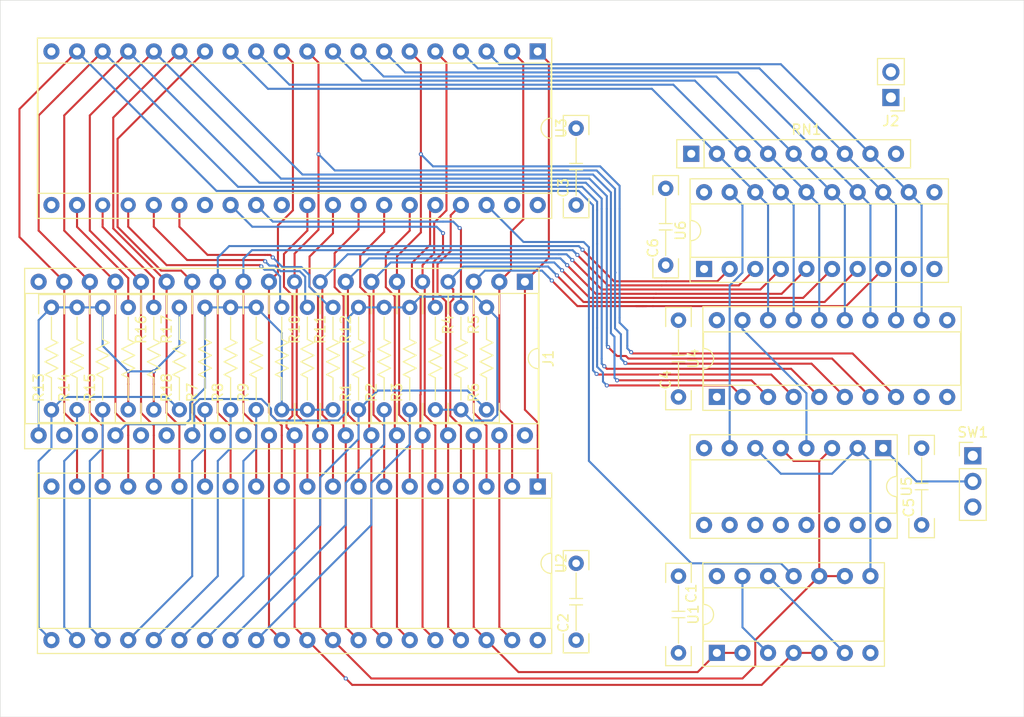
<source format=kicad_pcb>
(kicad_pcb (version 20171130) (host pcbnew 5.1.12-84ad8e8a86~92~ubuntu18.04.1)
  (layers (0 F.Cu signal) (1 In1.Cu power) (2 In2.Cu power) (31 B.Cu signal) (34 B.Paste user) (35 F.Paste user) (36 B.SilkS user) (37 F.SilkS user) (38 B.Mask user) (39 F.Mask user) (44 Edge.Cuts user))
  (net 0 "")
  (net 1 GND)
  (net 2 +5V)
  (net 3 /16mhz)
  (net 4 /d15)
  (net 5 /cs)
  (net 6 /d14)
  (net 7 /de)
  (net 8 /d13)
  (net 9 /a1)
  (net 10 /d12)
  (net 11 /a2)
  (net 12 /d11)
  (net 13 /a3)
  (net 14 /d10)
  (net 15 /a4)
  (net 16 /d9)
  (net 17 /a5)
  (net 18 /d8)
  (net 19 /rxw)
  (net 20 /load)
  (net 21 /mono)
  (net 22 /d7)
  (net 23 "Net-(J1-Pad29)")
  (net 24 /d6)
  (net 25 "Net-(J1-Pad28)")
  (net 26 /d5)
  (net 27 /red)
  (net 28 /d4)
  (net 29 "Net-(J1-Pad26)")
  (net 30 /d3)
  (net 31 "Net-(J1-Pad25)")
  (net 32 /d2)
  (net 33 /green)
  (net 34 /d1)
  (net 35 "Net-(J1-Pad23)")
  (net 36 /d0)
  (net 37 "Net-(J1-Pad22)")
  (net 38 /xtl1)
  (net 39 /blue)
  (net 40 /xtl0)
  (net 41 /r1)
  (net 42 /r2)
  (net 43 /r3)
  (net 44 /r4)
  (net 45 /r5)
  (net 46 /g0)
  (net 47 /g1)
  (net 48 /g2)
  (net 49 /g3)
  (net 50 /g4)
  (net 51 /g5)
  (net 52 /b5)
  (net 53 /b4)
  (net 54 /b3)
  (net 55 /b2)
  (net 56 /b1)
  (net 57 "Net-(SW1-Pad2)")
  (net 58 "Net-(U1-Pad13)")
  (net 59 "Net-(U1-Pad12)")
  (net 60 /cs2)
  (net 61 "Net-(U1-Pad8)")
  (net 62 "Net-(U3-Pad39)")
  (net 63 /DAT9)
  (net 64 /DAT8)
  (net 65 "Net-(U3-Pad30)")
  (net 66 /DAT6)
  (net 67 /DAT5)
  (net 68 "Net-(U3-Pad27)")
  (net 69 /DAT4)
  (net 70 /DAT1)
  (net 71 /DAT0)
  (net 72 "Net-(U3-Pad21)")
  (net 73 "Net-(U4-Pad19)")
  (net 74 "Net-(U4-Pad11)")
  (net 75 "Net-(U5-Pad7)")
  (net 76 "Net-(U5-Pad12)")
  (net 77 "Net-(U5-Pad9)")
  (net 78 "Net-(U6-Pad11)")
  (net 79 "Net-(RN1-Pad9)")
  (module Package_DIP:DIP-40_W15.24mm_Socket (layer F.Cu) (at 151.13 93.98 270)
    (fp_text reference J1 (at 7.62 -2.33 90) (layer F.SilkS))
    (fp_text value ST_SHIFTER_SOCKET)
    (pad 40 thru_hole oval (at 15.24 0 270) (size 1.6 1.6) (drill 0.8) (layers *.Cu *.Mask) (net 2 +5V))
    (pad 20 thru_hole oval (at 0 48.26 270) (size 1.6 1.6) (drill 0.8) (layers *.Cu *.Mask) (net 1 GND))
    (pad 39 thru_hole oval (at 15.24 2.54 270) (size 1.6 1.6) (drill 0.8) (layers *.Cu *.Mask) (net 3 /16mhz))
    (pad 19 thru_hole oval (at 0 45.72 270) (size 1.6 1.6) (drill 0.8) (layers *.Cu *.Mask) (net 4 /d15))
    (pad 38 thru_hole oval (at 15.24 5.08 270) (size 1.6 1.6) (drill 0.8) (layers *.Cu *.Mask) (net 5 /cs))
    (pad 18 thru_hole oval (at 0 43.18 270) (size 1.6 1.6) (drill 0.8) (layers *.Cu *.Mask) (net 6 /d14))
    (pad 37 thru_hole oval (at 15.24 7.62 270) (size 1.6 1.6) (drill 0.8) (layers *.Cu *.Mask) (net 7 /de))
    (pad 17 thru_hole oval (at 0 40.64 270) (size 1.6 1.6) (drill 0.8) (layers *.Cu *.Mask) (net 8 /d13))
    (pad 36 thru_hole oval (at 15.24 10.16 270) (size 1.6 1.6) (drill 0.8) (layers *.Cu *.Mask) (net 9 /a1))
    (pad 16 thru_hole oval (at 0 38.1 270) (size 1.6 1.6) (drill 0.8) (layers *.Cu *.Mask) (net 10 /d12))
    (pad 35 thru_hole oval (at 15.24 12.7 270) (size 1.6 1.6) (drill 0.8) (layers *.Cu *.Mask) (net 11 /a2))
    (pad 15 thru_hole oval (at 0 35.56 270) (size 1.6 1.6) (drill 0.8) (layers *.Cu *.Mask) (net 12 /d11))
    (pad 34 thru_hole oval (at 15.24 15.24 270) (size 1.6 1.6) (drill 0.8) (layers *.Cu *.Mask) (net 13 /a3))
    (pad 14 thru_hole oval (at 0 33.02 270) (size 1.6 1.6) (drill 0.8) (layers *.Cu *.Mask) (net 14 /d10))
    (pad 33 thru_hole oval (at 15.24 17.78 270) (size 1.6 1.6) (drill 0.8) (layers *.Cu *.Mask) (net 15 /a4))
    (pad 13 thru_hole oval (at 0 30.48 270) (size 1.6 1.6) (drill 0.8) (layers *.Cu *.Mask) (net 16 /d9))
    (pad 32 thru_hole oval (at 15.24 20.32 270) (size 1.6 1.6) (drill 0.8) (layers *.Cu *.Mask) (net 17 /a5))
    (pad 12 thru_hole oval (at 0 27.94 270) (size 1.6 1.6) (drill 0.8) (layers *.Cu *.Mask) (net 18 /d8))
    (pad 31 thru_hole oval (at 15.24 22.86 270) (size 1.6 1.6) (drill 0.8) (layers *.Cu *.Mask) (net 19 /rxw))
    (pad 11 thru_hole oval (at 0 25.4 270) (size 1.6 1.6) (drill 0.8) (layers *.Cu *.Mask) (net 20 /load))
    (pad 30 thru_hole oval (at 15.24 25.4 270) (size 1.6 1.6) (drill 0.8) (layers *.Cu *.Mask) (net 21 /mono))
    (pad 10 thru_hole oval (at 0 22.86 270) (size 1.4986 1.4986) (drill 0.8) (layers *.Cu *.Mask) (net 22 /d7))
    (pad 29 thru_hole oval (at 15.24 27.94 270) (size 1.6 1.6) (drill 0.8) (layers *.Cu *.Mask) (net 23 "Net-(J1-Pad29)"))
    (pad 9 thru_hole oval (at 0 20.32 270) (size 1.4986 1.4986) (drill 0.8) (layers *.Cu *.Mask) (net 24 /d6))
    (pad 28 thru_hole oval (at 15.24 30.48 270) (size 1.6 1.6) (drill 0.8) (layers *.Cu *.Mask) (net 25 "Net-(J1-Pad28)"))
    (pad 8 thru_hole oval (at 0 17.78 270) (size 1.6 1.6) (drill 0.8) (layers *.Cu *.Mask) (net 26 /d5))
    (pad 27 thru_hole oval (at 15.24 33.02 270) (size 1.6 1.6) (drill 0.8) (layers *.Cu *.Mask) (net 27 /red))
    (pad 7 thru_hole oval (at 0 15.24 270) (size 1.6 1.6) (drill 0.8) (layers *.Cu *.Mask) (net 28 /d4))
    (pad 26 thru_hole oval (at 15.24 35.56 270) (size 1.6 1.6) (drill 0.8) (layers *.Cu *.Mask) (net 29 "Net-(J1-Pad26)"))
    (pad 6 thru_hole oval (at 0 12.7 270) (size 1.6 1.6) (drill 0.8) (layers *.Cu *.Mask) (net 30 /d3))
    (pad 25 thru_hole oval (at 15.24 38.1 270) (size 1.6 1.6) (drill 0.8) (layers *.Cu *.Mask) (net 31 "Net-(J1-Pad25)"))
    (pad 5 thru_hole oval (at 0 10.16 270) (size 1.4986 1.4986) (drill 0.8) (layers *.Cu *.Mask) (net 32 /d2))
    (pad 24 thru_hole oval (at 15.24 40.64 270) (size 1.6 1.6) (drill 0.8) (layers *.Cu *.Mask) (net 33 /green))
    (pad 4 thru_hole oval (at 0 7.62 270) (size 1.4986 1.4986) (drill 0.8) (layers *.Cu *.Mask) (net 34 /d1))
    (pad 23 thru_hole oval (at 15.24 43.18 270) (size 1.6 1.6) (drill 0.8) (layers *.Cu *.Mask) (net 35 "Net-(J1-Pad23)"))
    (pad 3 thru_hole oval (at 0 5.08 270) (size 1.6 1.6) (drill 0.8) (layers *.Cu *.Mask) (net 36 /d0))
    (pad 22 thru_hole oval (at 15.24 45.72 270) (size 1.6 1.6) (drill 0.8) (layers *.Cu *.Mask) (net 37 "Net-(J1-Pad22)"))
    (pad 2 thru_hole oval (at 0 2.54 270) (size 1.6 1.6) (drill 0.8) (layers *.Cu *.Mask) (net 38 /xtl1))
    (pad 21 thru_hole oval (at 15.24 48.26 270) (size 1.6 1.6) (drill 0.8) (layers *.Cu *.Mask) (net 39 /blue))
    (pad 1 thru_hole rect (at 0 0 270) (size 1.6 1.6) (drill 0.8) (layers *.Cu *.Mask) (net 40 /xtl0))
  )
  (module Package_DIP:DIP-16_W7.62mm_Socket (layer F.Cu) (at 186.69 110.49 270)
    (fp_text reference U5 (at 3.81 -2.33 90) (layer F.SilkS))
    (fp_text value 74LS257)
    (pad 16 thru_hole oval (at 7.62 0 270) (size 1.6 1.6) (drill 0.8) (layers *.Cu *.Mask) (net 2 +5V))
    (pad 8 thru_hole oval (at 0 17.78 270) (size 1.6 1.6) (drill 0.8) (layers *.Cu *.Mask) (net 1 GND))
    (pad 15 thru_hole oval (at 7.62 2.54 270) (size 1.6 1.6) (drill 0.8) (layers *.Cu *.Mask) (net 1 GND))
    (pad 7 thru_hole oval (at 0 15.24 270) (size 1.6 1.6) (drill 0.8) (layers *.Cu *.Mask) (net 75 "Net-(U5-Pad7)"))
    (pad 14 thru_hole oval (at 7.62 5.08 270) (size 1.6 1.6) (drill 0.8) (layers *.Cu *.Mask) (net 1 GND))
    (pad 6 thru_hole oval (at 0 12.7 270) (size 1.6 1.6) (drill 0.8) (layers *.Cu *.Mask) (net 61 "Net-(U1-Pad8)"))
    (pad 13 thru_hole oval (at 7.62 7.62 270) (size 1.6 1.6) (drill 0.8) (layers *.Cu *.Mask) (net 1 GND))
    (pad 5 thru_hole oval (at 0 10.16 270) (size 1.6 1.6) (drill 0.8) (layers *.Cu *.Mask) (net 17 /a5))
    (pad 12 thru_hole oval (at 7.62 10.16 270) (size 1.6 1.6) (drill 0.8) (layers *.Cu *.Mask) (net 76 "Net-(U5-Pad12)"))
    (pad 4 thru_hole oval (at 0 7.62 270) (size 1.6 1.6) (drill 0.8) (layers *.Cu *.Mask) (net 73 "Net-(U4-Pad19)"))
    (pad 11 thru_hole oval (at 7.62 12.7 270) (size 1.6 1.6) (drill 0.8) (layers *.Cu *.Mask) (net 1 GND))
    (pad 3 thru_hole oval (at 0 5.08 270) (size 1.6 1.6) (drill 0.8) (layers *.Cu *.Mask) (net 17 /a5))
    (pad 10 thru_hole oval (at 7.62 15.24 270) (size 1.6 1.6) (drill 0.8) (layers *.Cu *.Mask) (net 1 GND))
    (pad 2 thru_hole oval (at 0 2.54 270) (size 1.6 1.6) (drill 0.8) (layers *.Cu *.Mask) (net 61 "Net-(U1-Pad8)"))
    (pad 9 thru_hole oval (at 7.62 17.78 270) (size 1.6 1.6) (drill 0.8) (layers *.Cu *.Mask) (net 77 "Net-(U5-Pad9)"))
    (pad 1 thru_hole rect (at 0 0 270) (size 1.6 1.6) (drill 0.8) (layers *.Cu *.Mask) (net 57 "Net-(SW1-Pad2)"))
  )
  (module Package_DIP:DIP-14_W7.62mm_Socket (layer F.Cu) (at 170.18 130.81 90)
    (fp_text reference U1 (at 3.81 -2.33 90) (layer F.SilkS))
    (fp_text value 74HC00)
    (pad 14 thru_hole oval (at 7.62 0 90) (size 1.6 1.6) (drill 0.8) (layers *.Cu *.Mask) (net 2 +5V))
    (pad 7 thru_hole oval (at 0 15.24 90) (size 1.6 1.6) (drill 0.8) (layers *.Cu *.Mask) (net 1 GND))
    (pad 13 thru_hole oval (at 7.62 2.54 90) (size 1.6 1.6) (drill 0.8) (layers *.Cu *.Mask) (net 58 "Net-(U1-Pad13)"))
    (pad 6 thru_hole oval (at 0 12.7 90) (size 1.6 1.6) (drill 0.8) (layers *.Cu *.Mask) (net 59 "Net-(U1-Pad12)"))
    (pad 12 thru_hole oval (at 7.62 5.08 90) (size 1.6 1.6) (drill 0.8) (layers *.Cu *.Mask) (net 59 "Net-(U1-Pad12)"))
    (pad 5 thru_hole oval (at 0 10.16 90) (size 1.6 1.6) (drill 0.8) (layers *.Cu *.Mask) (net 19 /rxw))
    (pad 11 thru_hole oval (at 7.62 7.62 90) (size 1.6 1.6) (drill 0.8) (layers *.Cu *.Mask) (net 60 /cs2))
    (pad 4 thru_hole oval (at 0 7.62 90) (size 1.6 1.6) (drill 0.8) (layers *.Cu *.Mask) (net 19 /rxw))
    (pad 10 thru_hole oval (at 7.62 10.16 90) (size 1.6 1.6) (drill 0.8) (layers *.Cu *.Mask) (net 17 /a5))
    (pad 3 thru_hole oval (at 0 5.08 90) (size 1.6 1.6) (drill 0.8) (layers *.Cu *.Mask) (net 58 "Net-(U1-Pad13)"))
    (pad 9 thru_hole oval (at 7.62 12.7 90) (size 1.6 1.6) (drill 0.8) (layers *.Cu *.Mask) (net 17 /a5))
    (pad 2 thru_hole oval (at 0 2.54 90) (size 1.6 1.6) (drill 0.8) (layers *.Cu *.Mask) (net 5 /cs))
    (pad 8 thru_hole oval (at 7.62 15.24 90) (size 1.6 1.6) (drill 0.8) (layers *.Cu *.Mask) (net 61 "Net-(U1-Pad8)"))
    (pad 1 thru_hole rect (at 0 0 90) (size 1.6 1.6) (drill 0.8) (layers *.Cu *.Mask) (net 5 /cs))
  )
  (module commons-passives_THT:Passive_THT_capacitor_mlcc_W2.54mm_L7.62mm (layer F.Cu) (at 166.37 127 270)
    (fp_text reference C1 (at -3.175 -1.27 90) (layer F.SilkS) (effects (justify right)))
    (fp_text value 0.1uF)
    (pad 2 thru_hole circle (at 3.81 0 270) (size 1.524 1.524) (drill 0.762) (layers *.Cu *.Mask) (net 1 GND))
    (pad 1 thru_hole circle (at -3.81 0 270) (size 1.524 1.524) (drill 0.762) (layers *.Cu *.Mask) (net 2 +5V))
  )
  (module Package_DIP:DIP-20_W7.62mm_Socket (layer F.Cu) (at 168.91 92.71 90)
    (fp_text reference U6 (at 3.81 -2.33 90) (layer F.SilkS))
    (fp_text value 74HC245)
    (pad 20 thru_hole oval (at 7.62 0 90) (size 1.6 1.6) (drill 0.8) (layers *.Cu *.Mask) (net 2 +5V))
    (pad 10 thru_hole oval (at 0 22.86 90) (size 1.6 1.6) (drill 0.8) (layers *.Cu *.Mask) (net 1 GND))
    (pad 19 thru_hole oval (at 7.62 2.54 90) (size 1.6 1.6) (drill 0.8) (layers *.Cu *.Mask) (net 75 "Net-(U5-Pad7)"))
    (pad 9 thru_hole oval (at 0 20.32 90) (size 1.6 1.6) (drill 0.8) (layers *.Cu *.Mask) (net 1 GND))
    (pad 18 thru_hole oval (at 7.62 5.08 90) (size 1.6 1.6) (drill 0.8) (layers *.Cu *.Mask) (net 63 /DAT9))
    (pad 8 thru_hole oval (at 0 17.78 90) (size 1.6 1.6) (drill 0.8) (layers *.Cu *.Mask) (net 36 /d0))
    (pad 17 thru_hole oval (at 7.62 7.62 90) (size 1.6 1.6) (drill 0.8) (layers *.Cu *.Mask) (net 64 /DAT8))
    (pad 7 thru_hole oval (at 0 15.24 90) (size 1.6 1.6) (drill 0.8) (layers *.Cu *.Mask) (net 34 /d1))
    (pad 16 thru_hole oval (at 7.62 10.16 90) (size 1.6 1.6) (drill 0.8) (layers *.Cu *.Mask) (net 66 /DAT6))
    (pad 6 thru_hole oval (at 0 12.7 90) (size 1.6 1.6) (drill 0.8) (layers *.Cu *.Mask) (net 28 /d4))
    (pad 15 thru_hole oval (at 7.62 12.7 90) (size 1.6 1.6) (drill 0.8) (layers *.Cu *.Mask) (net 67 /DAT5))
    (pad 5 thru_hole oval (at 0 10.16 90) (size 1.6 1.6) (drill 0.8) (layers *.Cu *.Mask) (net 26 /d5))
    (pad 14 thru_hole oval (at 7.62 15.24 90) (size 1.6 1.6) (drill 0.8) (layers *.Cu *.Mask) (net 69 /DAT4))
    (pad 4 thru_hole oval (at 0 7.62 90) (size 1.6 1.6) (drill 0.8) (layers *.Cu *.Mask) (net 24 /d6))
    (pad 13 thru_hole oval (at 7.62 17.78 90) (size 1.6 1.6) (drill 0.8) (layers *.Cu *.Mask) (net 70 /DAT1))
    (pad 3 thru_hole oval (at 0 5.08 90) (size 1.6 1.6) (drill 0.8) (layers *.Cu *.Mask) (net 18 /d8))
    (pad 12 thru_hole oval (at 7.62 20.32 90) (size 1.6 1.6) (drill 0.8) (layers *.Cu *.Mask) (net 71 /DAT0))
    (pad 2 thru_hole oval (at 0 2.54 90) (size 1.6 1.6) (drill 0.8) (layers *.Cu *.Mask) (net 16 /d9))
    (pad 11 thru_hole oval (at 7.62 22.86 90) (size 1.6 1.6) (drill 0.8) (layers *.Cu *.Mask) (net 78 "Net-(U6-Pad11)"))
    (pad 1 thru_hole rect (at 0 0 90) (size 1.6 1.6) (drill 0.8) (layers *.Cu *.Mask) (net 2 +5V))
  )
  (module Package_DIP:DIP-20_W7.62mm_Socket (layer F.Cu) (at 170.18 105.41 90)
    (fp_text reference U4 (at 3.81 -2.33 90) (layer F.SilkS))
    (fp_text value 74HC245)
    (pad 20 thru_hole oval (at 7.62 0 90) (size 1.6 1.6) (drill 0.8) (layers *.Cu *.Mask) (net 2 +5V))
    (pad 10 thru_hole oval (at 0 22.86 90) (size 1.6 1.6) (drill 0.8) (layers *.Cu *.Mask) (net 1 GND))
    (pad 19 thru_hole oval (at 7.62 2.54 90) (size 1.6 1.6) (drill 0.8) (layers *.Cu *.Mask) (net 73 "Net-(U4-Pad19)"))
    (pad 9 thru_hole oval (at 0 20.32 90) (size 1.6 1.6) (drill 0.8) (layers *.Cu *.Mask) (net 1 GND))
    (pad 18 thru_hole oval (at 7.62 5.08 90) (size 1.6 1.6) (drill 0.8) (layers *.Cu *.Mask) (net 63 /DAT9))
    (pad 8 thru_hole oval (at 0 17.78 90) (size 1.6 1.6) (drill 0.8) (layers *.Cu *.Mask) (net 30 /d3))
    (pad 17 thru_hole oval (at 7.62 7.62 90) (size 1.6 1.6) (drill 0.8) (layers *.Cu *.Mask) (net 64 /DAT8))
    (pad 7 thru_hole oval (at 0 15.24 90) (size 1.6 1.6) (drill 0.8) (layers *.Cu *.Mask) (net 10 /d12))
    (pad 16 thru_hole oval (at 7.62 10.16 90) (size 1.6 1.6) (drill 0.8) (layers *.Cu *.Mask) (net 66 /DAT6))
    (pad 6 thru_hole oval (at 0 12.7 90) (size 1.6 1.6) (drill 0.8) (layers *.Cu *.Mask) (net 22 /d7))
    (pad 15 thru_hole oval (at 7.62 12.7 90) (size 1.6 1.6) (drill 0.8) (layers *.Cu *.Mask) (net 67 /DAT5))
    (pad 5 thru_hole oval (at 0 10.16 90) (size 1.6 1.6) (drill 0.8) (layers *.Cu *.Mask) (net 8 /d13))
    (pad 14 thru_hole oval (at 7.62 15.24 90) (size 1.6 1.6) (drill 0.8) (layers *.Cu *.Mask) (net 69 /DAT4))
    (pad 4 thru_hole oval (at 0 7.62 90) (size 1.6 1.6) (drill 0.8) (layers *.Cu *.Mask) (net 4 /d15))
    (pad 13 thru_hole oval (at 7.62 17.78 90) (size 1.6 1.6) (drill 0.8) (layers *.Cu *.Mask) (net 70 /DAT1))
    (pad 3 thru_hole oval (at 0 5.08 90) (size 1.6 1.6) (drill 0.8) (layers *.Cu *.Mask) (net 12 /d11))
    (pad 12 thru_hole oval (at 7.62 20.32 90) (size 1.6 1.6) (drill 0.8) (layers *.Cu *.Mask) (net 71 /DAT0))
    (pad 2 thru_hole oval (at 0 2.54 90) (size 1.6 1.6) (drill 0.8) (layers *.Cu *.Mask) (net 6 /d14))
    (pad 11 thru_hole oval (at 7.62 22.86 90) (size 1.6 1.6) (drill 0.8) (layers *.Cu *.Mask) (net 74 "Net-(U4-Pad11)"))
    (pad 1 thru_hole rect (at 0 0 90) (size 1.6 1.6) (drill 0.8) (layers *.Cu *.Mask) (net 2 +5V))
  )
  (module commons-passives_THT:Passive_THT_capacitor_mlcc_W2.54mm_L7.62mm (layer F.Cu) (at 166.37 101.6 90)
    (fp_text reference C4 (at -3.175 -1.27 90) (layer F.SilkS) (effects (justify left)))
    (fp_text value 0.1uF)
    (pad 2 thru_hole circle (at 3.81 0 90) (size 1.524 1.524) (drill 0.762) (layers *.Cu *.Mask) (net 1 GND))
    (pad 1 thru_hole circle (at -3.81 0 90) (size 1.524 1.524) (drill 0.762) (layers *.Cu *.Mask) (net 2 +5V))
  )
  (module Resistor_THT:R_Array_SIP9 (layer F.Cu) (at 167.64 81.28)
    (fp_text reference RN1 (at 11.43 -2.4) (layer F.SilkS))
    (fp_text value "10K×8 or 2K2×8")
    (pad 9 thru_hole oval (at 20.32 0) (size 1.6 1.6) (drill 0.8) (layers *.Cu *.Mask) (net 79 "Net-(RN1-Pad9)"))
    (pad 8 thru_hole oval (at 17.78 0) (size 1.6 1.6) (drill 0.8) (layers *.Cu *.Mask) (net 71 /DAT0))
    (pad 7 thru_hole oval (at 15.24 0) (size 1.6 1.6) (drill 0.8) (layers *.Cu *.Mask) (net 70 /DAT1))
    (pad 6 thru_hole oval (at 12.7 0) (size 1.6 1.6) (drill 0.8) (layers *.Cu *.Mask) (net 69 /DAT4))
    (pad 5 thru_hole oval (at 10.16 0) (size 1.6 1.6) (drill 0.8) (layers *.Cu *.Mask) (net 67 /DAT5))
    (pad 4 thru_hole oval (at 7.62 0) (size 1.6 1.6) (drill 0.8) (layers *.Cu *.Mask) (net 66 /DAT6))
    (pad 3 thru_hole oval (at 5.08 0) (size 1.6 1.6) (drill 0.8) (layers *.Cu *.Mask) (net 64 /DAT8))
    (pad 2 thru_hole oval (at 2.54 0) (size 1.6 1.6) (drill 0.8) (layers *.Cu *.Mask) (net 63 /DAT9))
    (pad 1 thru_hole rect (at 0 0) (size 1.6 1.6) (drill 0.8) (layers *.Cu *.Mask) (net 2 +5V))
  )
  (module Package_DIP:DIP-40_W15.24mm_Socket (layer F.Cu) (at 152.4 71.12 270)
    (fp_text reference U3 (at 7.62 -2.33 90) (layer F.SilkS))
    (fp_text value ST_SHIFTER)
    (pad 40 thru_hole oval (at 15.24 0 270) (size 1.6 1.6) (drill 0.8) (layers *.Cu *.Mask) (net 2 +5V))
    (pad 20 thru_hole oval (at 0 48.26 270) (size 1.6 1.6) (drill 0.8) (layers *.Cu *.Mask) (net 1 GND))
    (pad 39 thru_hole oval (at 15.24 2.54 270) (size 1.6 1.6) (drill 0.8) (layers *.Cu *.Mask) (net 62 "Net-(U3-Pad39)"))
    (pad 19 thru_hole oval (at 0 45.72 270) (size 1.6 1.6) (drill 0.8) (layers *.Cu *.Mask) (net 4 /d15))
    (pad 38 thru_hole oval (at 15.24 5.08 270) (size 1.6 1.6) (drill 0.8) (layers *.Cu *.Mask) (net 60 /cs2))
    (pad 18 thru_hole oval (at 0 43.18 270) (size 1.6 1.6) (drill 0.8) (layers *.Cu *.Mask) (net 6 /d14))
    (pad 37 thru_hole oval (at 15.24 7.62 270) (size 1.6 1.6) (drill 0.8) (layers *.Cu *.Mask) (net 7 /de))
    (pad 17 thru_hole oval (at 0 40.64 270) (size 1.6 1.6) (drill 0.8) (layers *.Cu *.Mask) (net 8 /d13))
    (pad 36 thru_hole oval (at 15.24 10.16 270) (size 1.6 1.6) (drill 0.8) (layers *.Cu *.Mask) (net 9 /a1))
    (pad 16 thru_hole oval (at 0 38.1 270) (size 1.6 1.6) (drill 0.8) (layers *.Cu *.Mask) (net 10 /d12))
    (pad 35 thru_hole oval (at 15.24 12.7 270) (size 1.6 1.6) (drill 0.8) (layers *.Cu *.Mask) (net 11 /a2))
    (pad 15 thru_hole oval (at 0 35.56 270) (size 1.6 1.6) (drill 0.8) (layers *.Cu *.Mask) (net 12 /d11))
    (pad 34 thru_hole oval (at 15.24 15.24 270) (size 1.6 1.6) (drill 0.8) (layers *.Cu *.Mask) (net 13 /a3))
    (pad 14 thru_hole oval (at 0 33.02 270) (size 1.6 1.6) (drill 0.8) (layers *.Cu *.Mask) (net 14 /d10))
    (pad 33 thru_hole oval (at 15.24 17.78 270) (size 1.6 1.6) (drill 0.8) (layers *.Cu *.Mask) (net 15 /a4))
    (pad 13 thru_hole oval (at 0 30.48 270) (size 1.6 1.6) (drill 0.8) (layers *.Cu *.Mask) (net 63 /DAT9))
    (pad 32 thru_hole oval (at 15.24 20.32 270) (size 1.6 1.6) (drill 0.8) (layers *.Cu *.Mask) (net 17 /a5))
    (pad 12 thru_hole oval (at 0 27.94 270) (size 1.6 1.6) (drill 0.8) (layers *.Cu *.Mask) (net 64 /DAT8))
    (pad 31 thru_hole oval (at 15.24 22.86 270) (size 1.6 1.6) (drill 0.8) (layers *.Cu *.Mask) (net 19 /rxw))
    (pad 11 thru_hole oval (at 0 25.4 270) (size 1.6 1.6) (drill 0.8) (layers *.Cu *.Mask) (net 20 /load))
    (pad 30 thru_hole oval (at 15.24 25.4 270) (size 1.6 1.6) (drill 0.8) (layers *.Cu *.Mask) (net 65 "Net-(U3-Pad30)"))
    (pad 10 thru_hole oval (at 0 22.86 270) (size 1.6 1.6) (drill 0.8) (layers *.Cu *.Mask) (net 22 /d7))
    (pad 29 thru_hole oval (at 15.24 27.94 270) (size 1.6 1.6) (drill 0.8) (layers *.Cu *.Mask) (net 41 /r1))
    (pad 9 thru_hole oval (at 0 20.32 270) (size 1.6 1.6) (drill 0.8) (layers *.Cu *.Mask) (net 66 /DAT6))
    (pad 28 thru_hole oval (at 15.24 30.48 270) (size 1.6 1.6) (drill 0.8) (layers *.Cu *.Mask) (net 42 /r2))
    (pad 8 thru_hole oval (at 0 17.78 270) (size 1.6 1.6) (drill 0.8) (layers *.Cu *.Mask) (net 67 /DAT5))
    (pad 27 thru_hole oval (at 15.24 33.02 270) (size 1.6 1.6) (drill 0.8) (layers *.Cu *.Mask) (net 68 "Net-(U3-Pad27)"))
    (pad 7 thru_hole oval (at 0 15.24 270) (size 1.6 1.6) (drill 0.8) (layers *.Cu *.Mask) (net 69 /DAT4))
    (pad 26 thru_hole oval (at 15.24 35.56 270) (size 1.6 1.6) (drill 0.8) (layers *.Cu *.Mask) (net 46 /g0))
    (pad 6 thru_hole oval (at 0 12.7 270) (size 1.6 1.6) (drill 0.8) (layers *.Cu *.Mask) (net 30 /d3))
    (pad 25 thru_hole oval (at 15.24 38.1 270) (size 1.6 1.6) (drill 0.8) (layers *.Cu *.Mask) (net 47 /g1))
    (pad 5 thru_hole oval (at 0 10.16 270) (size 1.6 1.6) (drill 0.8) (layers *.Cu *.Mask) (net 32 /d2))
    (pad 24 thru_hole oval (at 15.24 40.64 270) (size 1.4986 1.4986) (drill 0.8) (layers *.Cu *.Mask) (net 48 /g2))
    (pad 4 thru_hole oval (at 0 7.62 270) (size 1.6 1.6) (drill 0.8) (layers *.Cu *.Mask) (net 70 /DAT1))
    (pad 23 thru_hole oval (at 15.24 43.18 270) (size 1.4986 1.4986) (drill 0.8) (layers *.Cu *.Mask) (net 56 /b1))
    (pad 3 thru_hole oval (at 0 5.08 270) (size 1.6 1.6) (drill 0.8) (layers *.Cu *.Mask) (net 71 /DAT0))
    (pad 22 thru_hole oval (at 15.24 45.72 270) (size 1.6 1.6) (drill 0.8) (layers *.Cu *.Mask) (net 55 /b2))
    (pad 2 thru_hole oval (at 0 2.54 270) (size 1.6 1.6) (drill 0.8) (layers *.Cu *.Mask) (net 38 /xtl1))
    (pad 21 thru_hole oval (at 15.24 48.26 270) (size 1.6 1.6) (drill 0.8) (layers *.Cu *.Mask) (net 72 "Net-(U3-Pad21)"))
    (pad 1 thru_hole rect (at 0 0 270) (size 1.6 1.6) (drill 0.8) (layers *.Cu *.Mask) (net 40 /xtl0))
  )
  (module Package_DIP:DIP-40_W15.24mm_Socket (layer F.Cu) (at 152.4 114.3 270)
    (fp_text reference U2 (at 7.62 -2.33 90) (layer F.SilkS))
    (fp_text value ST_SHIFTER)
    (pad 40 thru_hole oval (at 15.24 0 270) (size 1.6 1.6) (drill 0.8) (layers *.Cu *.Mask) (net 2 +5V))
    (pad 20 thru_hole oval (at 0 48.26 270) (size 1.6 1.6) (drill 0.8) (layers *.Cu *.Mask) (net 1 GND))
    (pad 39 thru_hole oval (at 15.24 2.54 270) (size 1.6 1.6) (drill 0.8) (layers *.Cu *.Mask) (net 3 /16mhz))
    (pad 19 thru_hole oval (at 0 45.72 270) (size 1.6 1.6) (drill 0.8) (layers *.Cu *.Mask) (net 4 /d15))
    (pad 38 thru_hole oval (at 15.24 5.08 270) (size 1.6 1.6) (drill 0.8) (layers *.Cu *.Mask) (net 5 /cs))
    (pad 18 thru_hole oval (at 0 43.18 270) (size 1.6 1.6) (drill 0.8) (layers *.Cu *.Mask) (net 6 /d14))
    (pad 37 thru_hole oval (at 15.24 7.62 270) (size 1.6 1.6) (drill 0.8) (layers *.Cu *.Mask) (net 7 /de))
    (pad 17 thru_hole oval (at 0 40.64 270) (size 1.6 1.6) (drill 0.8) (layers *.Cu *.Mask) (net 8 /d13))
    (pad 36 thru_hole oval (at 15.24 10.16 270) (size 1.6 1.6) (drill 0.8) (layers *.Cu *.Mask) (net 9 /a1))
    (pad 16 thru_hole oval (at 0 38.1 270) (size 1.6 1.6) (drill 0.8) (layers *.Cu *.Mask) (net 10 /d12))
    (pad 35 thru_hole oval (at 15.24 12.7 270) (size 1.6 1.6) (drill 0.8) (layers *.Cu *.Mask) (net 11 /a2))
    (pad 15 thru_hole oval (at 0 35.56 270) (size 1.6 1.6) (drill 0.8) (layers *.Cu *.Mask) (net 12 /d11))
    (pad 34 thru_hole oval (at 15.24 15.24 270) (size 1.6 1.6) (drill 0.8) (layers *.Cu *.Mask) (net 13 /a3))
    (pad 14 thru_hole oval (at 0 33.02 270) (size 1.6 1.6) (drill 0.8) (layers *.Cu *.Mask) (net 14 /d10))
    (pad 33 thru_hole oval (at 15.24 17.78 270) (size 1.6 1.6) (drill 0.8) (layers *.Cu *.Mask) (net 15 /a4))
    (pad 13 thru_hole oval (at 0 30.48 270) (size 1.6 1.6) (drill 0.8) (layers *.Cu *.Mask) (net 16 /d9))
    (pad 32 thru_hole oval (at 15.24 20.32 270) (size 1.6 1.6) (drill 0.8) (layers *.Cu *.Mask) (net 17 /a5))
    (pad 12 thru_hole oval (at 0 27.94 270) (size 1.6 1.6) (drill 0.8) (layers *.Cu *.Mask) (net 18 /d8))
    (pad 31 thru_hole oval (at 15.24 22.86 270) (size 1.6 1.6) (drill 0.8) (layers *.Cu *.Mask) (net 19 /rxw))
    (pad 11 thru_hole oval (at 0 25.4 270) (size 1.6 1.6) (drill 0.8) (layers *.Cu *.Mask) (net 20 /load))
    (pad 30 thru_hole oval (at 15.24 25.4 270) (size 1.6 1.6) (drill 0.8) (layers *.Cu *.Mask) (net 21 /mono))
    (pad 10 thru_hole oval (at 0 22.86 270) (size 1.6 1.6) (drill 0.8) (layers *.Cu *.Mask) (net 22 /d7))
    (pad 29 thru_hole oval (at 15.24 27.94 270) (size 1.6 1.6) (drill 0.8) (layers *.Cu *.Mask) (net 43 /r3))
    (pad 9 thru_hole oval (at 0 20.32 270) (size 1.6 1.6) (drill 0.8) (layers *.Cu *.Mask) (net 24 /d6))
    (pad 28 thru_hole oval (at 15.24 30.48 270) (size 1.6 1.6) (drill 0.8) (layers *.Cu *.Mask) (net 44 /r4))
    (pad 8 thru_hole oval (at 0 17.78 270) (size 1.6 1.6) (drill 0.8) (layers *.Cu *.Mask) (net 26 /d5))
    (pad 27 thru_hole oval (at 15.24 33.02 270) (size 1.6 1.6) (drill 0.8) (layers *.Cu *.Mask) (net 45 /r5))
    (pad 7 thru_hole oval (at 0 15.24 270) (size 1.6 1.6) (drill 0.8) (layers *.Cu *.Mask) (net 28 /d4))
    (pad 26 thru_hole oval (at 15.24 35.56 270) (size 1.6 1.6) (drill 0.8) (layers *.Cu *.Mask) (net 49 /g3))
    (pad 6 thru_hole oval (at 0 12.7 270) (size 1.6 1.6) (drill 0.8) (layers *.Cu *.Mask) (net 30 /d3))
    (pad 25 thru_hole oval (at 15.24 38.1 270) (size 1.6 1.6) (drill 0.8) (layers *.Cu *.Mask) (net 50 /g4))
    (pad 5 thru_hole oval (at 0 10.16 270) (size 1.6 1.6) (drill 0.8) (layers *.Cu *.Mask) (net 32 /d2))
    (pad 24 thru_hole oval (at 15.24 40.64 270) (size 1.6 1.6) (drill 0.8) (layers *.Cu *.Mask) (net 51 /g5))
    (pad 4 thru_hole oval (at 0 7.62 270) (size 1.6 1.6) (drill 0.8) (layers *.Cu *.Mask) (net 34 /d1))
    (pad 23 thru_hole oval (at 15.24 43.18 270) (size 1.6 1.6) (drill 0.8) (layers *.Cu *.Mask) (net 54 /b3))
    (pad 3 thru_hole oval (at 0 5.08 270) (size 1.6 1.6) (drill 0.8) (layers *.Cu *.Mask) (net 36 /d0))
    (pad 22 thru_hole oval (at 15.24 45.72 270) (size 1.6 1.6) (drill 0.8) (layers *.Cu *.Mask) (net 53 /b4))
    (pad 2 thru_hole oval (at 0 2.54 270) (size 1.6 1.6) (drill 0.8) (layers *.Cu *.Mask) (net 38 /xtl1))
    (pad 21 thru_hole oval (at 15.24 48.26 270) (size 1.6 1.6) (drill 0.8) (layers *.Cu *.Mask) (net 52 /b5))
    (pad 1 thru_hole rect (at 0 0 270) (size 1.6 1.6) (drill 0.8) (layers *.Cu *.Mask) (net 40 /xtl0))
  )
  (module Connector_PinHeader_2.54mm:PinHeader_1x03_P2.54mm_Vertical (layer F.Cu) (at 195.58 111.252)
    (fp_text reference SW1 (at 0 -2.33) (layer F.SilkS))
    (fp_text value SW_SPDT)
    (pad 3 thru_hole oval (at 0 5.08) (size 1.7 1.7) (drill 1) (layers *.Cu *.Mask) (net 1 GND))
    (pad 2 thru_hole oval (at 0 2.54) (size 1.7 1.7) (drill 1) (layers *.Cu *.Mask) (net 57 "Net-(SW1-Pad2)"))
    (pad 1 thru_hole rect (at 0 0) (size 1.7 1.7) (drill 1) (layers *.Cu *.Mask) (net 2 +5V))
  )
  (module commons-passives_THT:Passive_THT_resistor_W2.54mm_L10.16mm (layer F.Cu) (at 116.84 101.6 90)
    (fp_text reference R18 (at -4.445 -1.27 90) (layer F.SilkS) (effects (justify left)))
    (fp_text value 121K)
    (pad 2 thru_hole circle (at 5.08 0 90) (size 1.524 1.524) (drill 0.762) (layers *.Cu *.Mask) (net 39 /blue))
    (pad 1 thru_hole circle (at -5.08 0 90) (size 1.4986 1.4986) (drill 0.762) (layers *.Cu *.Mask) (net 52 /b5))
  )
  (module commons-passives_THT:Passive_THT_resistor_W2.54mm_L10.16mm (layer F.Cu) (at 114.3 101.6 270)
    (fp_text reference R17 (at -4.445 -1.27 90) (layer F.SilkS) (effects (justify right)))
    (fp_text value 60K1)
    (pad 2 thru_hole circle (at 5.08 0 270) (size 1.524 1.524) (drill 0.762) (layers *.Cu *.Mask) (net 39 /blue))
    (pad 1 thru_hole circle (at -5.08 0 270) (size 1.524 1.524) (drill 0.762) (layers *.Cu *.Mask) (net 56 /b1))
  )
  (module commons-passives_THT:Passive_THT_resistor_W2.54mm_L10.16mm (layer F.Cu) (at 111.76 101.6 270)
    (fp_text reference R16 (at -4.445 -1.27 90) (layer F.SilkS) (effects (justify right)))
    (fp_text value 30K1)
    (pad 2 thru_hole circle (at 5.08 0 270) (size 1.524 1.524) (drill 0.762) (layers *.Cu *.Mask) (net 39 /blue))
    (pad 1 thru_hole circle (at -5.08 0 270) (size 1.524 1.524) (drill 0.762) (layers *.Cu *.Mask) (net 55 /b2))
  )
  (module commons-passives_THT:Passive_THT_resistor_W2.54mm_L10.16mm (layer F.Cu) (at 109.22 101.6 90)
    (fp_text reference R15 (at -4.445 -1.27 90) (layer F.SilkS) (effects (justify left)))
    (fp_text value 15K)
    (pad 2 thru_hole circle (at 5.08 0 90) (size 1.524 1.524) (drill 0.762) (layers *.Cu *.Mask) (net 39 /blue))
    (pad 1 thru_hole circle (at -5.08 0 90) (size 1.524 1.524) (drill 0.762) (layers *.Cu *.Mask) (net 54 /b3))
  )
  (module commons-passives_THT:Passive_THT_resistor_W2.54mm_L10.16mm (layer F.Cu) (at 106.68 101.6 90)
    (fp_text reference R14 (at -4.445 -1.27 90) (layer F.SilkS) (effects (justify left)))
    (fp_text value 7K5)
    (pad 2 thru_hole circle (at 5.08 0 90) (size 1.524 1.524) (drill 0.762) (layers *.Cu *.Mask) (net 39 /blue))
    (pad 1 thru_hole circle (at -5.08 0 90) (size 1.524 1.524) (drill 0.762) (layers *.Cu *.Mask) (net 53 /b4))
  )
  (module commons-passives_THT:Passive_THT_resistor_W2.54mm_L10.16mm (layer F.Cu) (at 104.14 101.6 90)
    (fp_text reference R13 (at -4.445 -1.27 90) (layer F.SilkS) (effects (justify left)))
    (fp_text value 3K74)
    (pad 2 thru_hole circle (at 5.08 0 90) (size 1.524 1.524) (drill 0.762) (layers *.Cu *.Mask) (net 39 /blue))
    (pad 1 thru_hole circle (at -5.08 0 90) (size 1.524 1.524) (drill 0.762) (layers *.Cu *.Mask) (net 52 /b5))
  )
  (module commons-passives_THT:Passive_THT_resistor_W2.54mm_L10.16mm (layer F.Cu) (at 132.08 101.6 270)
    (fp_text reference R12 (at -4.445 -1.27 90) (layer F.SilkS) (effects (justify right)))
    (fp_text value 121K)
    (pad 2 thru_hole circle (at 5.08 0 270) (size 1.4986 1.4986) (drill 0.762) (layers *.Cu *.Mask) (net 33 /green))
    (pad 1 thru_hole circle (at -5.08 0 270) (size 1.4986 1.4986) (drill 0.762) (layers *.Cu *.Mask) (net 46 /g0))
  )
  (module commons-passives_THT:Passive_THT_resistor_W2.54mm_L10.16mm (layer F.Cu) (at 129.54 101.6 270)
    (fp_text reference R11 (at -4.445 -1.27 90) (layer F.SilkS) (effects (justify right)))
    (fp_text value 60K1)
    (pad 2 thru_hole circle (at 5.08 0 270) (size 1.4986 1.4986) (drill 0.762) (layers *.Cu *.Mask) (net 33 /green))
    (pad 1 thru_hole circle (at -5.08 0 270) (size 1.4986 1.4986) (drill 0.762) (layers *.Cu *.Mask) (net 47 /g1))
  )
  (module commons-passives_THT:Passive_THT_resistor_W2.54mm_L10.16mm (layer F.Cu) (at 127 101.6 270)
    (fp_text reference R10 (at -4.445 -1.27 90) (layer F.SilkS) (effects (justify right)))
    (fp_text value 30K1)
    (pad 2 thru_hole circle (at 5.08 0 270) (size 1.4986 1.4986) (drill 0.762) (layers *.Cu *.Mask) (net 33 /green))
    (pad 1 thru_hole circle (at -5.08 0 270) (size 1.4986 1.4986) (drill 0.762) (layers *.Cu *.Mask) (net 48 /g2))
  )
  (module commons-passives_THT:Passive_THT_resistor_W2.54mm_L10.16mm (layer F.Cu) (at 124.46 101.6 90)
    (fp_text reference R9 (at -4.445 -1.27 90) (layer F.SilkS) (effects (justify left)))
    (fp_text value 15K)
    (pad 2 thru_hole circle (at 5.08 0 90) (size 1.524 1.524) (drill 0.762) (layers *.Cu *.Mask) (net 33 /green))
    (pad 1 thru_hole circle (at -5.08 0 90) (size 1.524 1.524) (drill 0.762) (layers *.Cu *.Mask) (net 49 /g3))
  )
  (module commons-passives_THT:Passive_THT_resistor_W2.54mm_L10.16mm (layer F.Cu) (at 121.92 101.6 90)
    (fp_text reference R8 (at -4.445 -1.27 90) (layer F.SilkS) (effects (justify left)))
    (fp_text value 7K5)
    (pad 2 thru_hole circle (at 5.08 0 90) (size 1.524 1.524) (drill 0.762) (layers *.Cu *.Mask) (net 33 /green))
    (pad 1 thru_hole circle (at -5.08 0 90) (size 1.524 1.524) (drill 0.762) (layers *.Cu *.Mask) (net 50 /g4))
  )
  (module commons-passives_THT:Passive_THT_resistor_W2.54mm_L10.16mm (layer F.Cu) (at 119.38 101.6 90)
    (fp_text reference R7 (at -4.445 -1.27 90) (layer F.SilkS) (effects (justify left)))
    (fp_text value 3K74)
    (pad 2 thru_hole circle (at 5.08 0 90) (size 1.524 1.524) (drill 0.762) (layers *.Cu *.Mask) (net 33 /green))
    (pad 1 thru_hole circle (at -5.08 0 90) (size 1.524 1.524) (drill 0.762) (layers *.Cu *.Mask) (net 51 /g5))
  )
  (module commons-passives_THT:Passive_THT_resistor_W2.54mm_L10.16mm (layer F.Cu) (at 147.32 101.6 90)
    (fp_text reference R6 (at -4.445 -1.27 90) (layer F.SilkS) (effects (justify left)))
    (fp_text value 121K)
    (pad 2 thru_hole circle (at 5.08 0 90) (size 1.524 1.524) (drill 0.762) (layers *.Cu *.Mask) (net 27 /red))
    (pad 1 thru_hole circle (at -5.08 0 90) (size 1.524 1.524) (drill 0.762) (layers *.Cu *.Mask) (net 45 /r5))
  )
  (module commons-passives_THT:Passive_THT_resistor_W2.54mm_L10.16mm (layer F.Cu) (at 144.78 101.6 270)
    (fp_text reference R5 (at -4.445 -1.27 90) (layer F.SilkS) (effects (justify right)))
    (fp_text value 60K4)
    (pad 2 thru_hole circle (at 5.08 0 270) (size 1.4986 1.4986) (drill 0.762) (layers *.Cu *.Mask) (net 27 /red))
    (pad 1 thru_hole circle (at -5.08 0 270) (size 1.4986 1.4986) (drill 0.762) (layers *.Cu *.Mask) (net 41 /r1))
  )
  (module commons-passives_THT:Passive_THT_resistor_W2.54mm_L10.16mm (layer F.Cu) (at 142.24 101.6 270)
    (fp_text reference R4 (at -4.445 -1.27 90) (layer F.SilkS) (effects (justify right)))
    (fp_text value 30K1)
    (pad 2 thru_hole circle (at 5.08 0 270) (size 1.4986 1.4986) (drill 0.762) (layers *.Cu *.Mask) (net 27 /red))
    (pad 1 thru_hole circle (at -5.08 0 270) (size 1.4986 1.4986) (drill 0.762) (layers *.Cu *.Mask) (net 42 /r2))
  )
  (module commons-passives_THT:Passive_THT_resistor_W2.54mm_L10.16mm (layer F.Cu) (at 139.7 101.6 90)
    (fp_text reference R3 (at -4.445 -1.27 90) (layer F.SilkS) (effects (justify left)))
    (fp_text value 15K)
    (pad 2 thru_hole circle (at 5.08 0 90) (size 1.4986 1.4986) (drill 0.762) (layers *.Cu *.Mask) (net 27 /red))
    (pad 1 thru_hole circle (at -5.08 0 90) (size 1.4986 1.4986) (drill 0.762) (layers *.Cu *.Mask) (net 43 /r3))
  )
  (module commons-passives_THT:Passive_THT_resistor_W2.54mm_L10.16mm (layer F.Cu) (at 137.16 101.6 90)
    (fp_text reference R2 (at -4.445 -1.27 90) (layer F.SilkS) (effects (justify left)))
    (fp_text value 7K5)
    (pad 2 thru_hole circle (at 5.08 0 90) (size 1.4986 1.4986) (drill 0.762) (layers *.Cu *.Mask) (net 27 /red))
    (pad 1 thru_hole circle (at -5.08 0 90) (size 1.4986 1.4986) (drill 0.762) (layers *.Cu *.Mask) (net 44 /r4))
  )
  (module commons-passives_THT:Passive_THT_resistor_W2.54mm_L10.16mm (layer F.Cu) (at 134.62 101.6 90)
    (fp_text reference R1 (at -4.445 -1.27 90) (layer F.SilkS) (effects (justify left)))
    (fp_text value 3K74)
    (pad 2 thru_hole circle (at 5.08 0 90) (size 1.4986 1.4986) (drill 0.762) (layers *.Cu *.Mask) (net 27 /red))
    (pad 1 thru_hole circle (at -5.08 0 90) (size 1.4986 1.4986) (drill 0.762) (layers *.Cu *.Mask) (net 45 /r5))
  )
  (module Connector_PinHeader_2.54mm:PinHeader_1x02_P2.54mm_Vertical (layer F.Cu) (at 187.452 75.692 180)
    (fp_text reference J2 (at 0 -2.33) (layer F.SilkS))
    (fp_text value Conn_01x02)
    (pad 2 thru_hole oval (at 0 2.54 180) (size 1.7 1.7) (drill 1) (layers *.Cu *.Mask) (net 1 GND))
    (pad 1 thru_hole rect (at 0 0 180) (size 1.7 1.7) (drill 1) (layers *.Cu *.Mask) (net 2 +5V))
  )
  (module commons-passives_THT:Passive_THT_capacitor_mlcc_W2.54mm_L7.62mm (layer F.Cu) (at 165.1 88.519 90)
    (fp_text reference C6 (at -3.175 -1.27 90) (layer F.SilkS) (effects (justify left)))
    (fp_text value 0.1uF)
    (pad 2 thru_hole circle (at 3.81 0 90) (size 1.524 1.524) (drill 0.762) (layers *.Cu *.Mask) (net 1 GND))
    (pad 1 thru_hole circle (at -3.81 0 90) (size 1.524 1.524) (drill 0.762) (layers *.Cu *.Mask) (net 2 +5V))
  )
  (module commons-passives_THT:Passive_THT_capacitor_mlcc_W2.54mm_L7.62mm (layer F.Cu) (at 190.5 114.3 90)
    (fp_text reference C5 (at -3.175 -1.27 90) (layer F.SilkS) (effects (justify left)))
    (fp_text value 0.1uF)
    (pad 2 thru_hole circle (at 3.81 0 90) (size 1.524 1.524) (drill 0.762) (layers *.Cu *.Mask) (net 1 GND))
    (pad 1 thru_hole circle (at -3.81 0 90) (size 1.524 1.524) (drill 0.762) (layers *.Cu *.Mask) (net 2 +5V))
  )
  (module commons-passives_THT:Passive_THT_capacitor_mlcc_W2.54mm_L7.62mm (layer F.Cu) (at 156.21 82.55 90)
    (fp_text reference C3 (at -3.175 -1.27 90) (layer F.SilkS) (effects (justify left)))
    (fp_text value 0.1uF)
    (pad 2 thru_hole circle (at 3.81 0 90) (size 1.524 1.524) (drill 0.762) (layers *.Cu *.Mask) (net 1 GND))
    (pad 1 thru_hole circle (at -3.81 0 90) (size 1.524 1.524) (drill 0.762) (layers *.Cu *.Mask) (net 2 +5V))
  )
  (module commons-passives_THT:Passive_THT_capacitor_mlcc_W2.54mm_L7.62mm (layer F.Cu) (at 156.21 125.73 90)
    (fp_text reference C2 (at -3.175 -1.27 90) (layer F.SilkS) (effects (justify left)))
    (fp_text value 0.1uF)
    (pad 2 thru_hole circle (at 3.81 0 90) (size 1.524 1.524) (drill 0.762) (layers *.Cu *.Mask) (net 1 GND))
    (pad 1 thru_hole circle (at -3.81 0 90) (size 1.524 1.524) (drill 0.762) (layers *.Cu *.Mask) (net 2 +5V))
  )
  (gr_line (start 99.06 137.16) (end 99.06 66.04) (layer Edge.Cuts) (width 0.05))
  (gr_line (start 200.66 137.16) (end 99.06 137.16) (layer Edge.Cuts) (width 0.05))
  (gr_line (start 200.66 66.04) (end 200.66 137.16) (layer Edge.Cuts) (width 0.05))
  (gr_line (start 99.06 66.04) (end 200.66 66.04) (layer Edge.Cuts) (width 0.05))
  (segment (start 148.59 128.27) (end 149.86 129.54) (width 0.2032) (layer F.Cu) (net 3))
  (segment (start 148.59 109.22) (end 148.59 128.27) (width 0.2032) (layer F.Cu) (net 3))
  (segment (start 106.68 108.258866) (end 106.68 114.3) (width 0.2032) (layer F.Cu) (net 4))
  (segment (start 105.41 93.98) (end 105.41 106.988866) (width 0.2032) (layer F.Cu) (net 4))
  (segment (start 105.41 106.988866) (end 106.68 108.258866) (width 0.2032) (layer F.Cu) (net 4))
  (segment (start 105.41 93.98) (end 100.965 89.535) (width 0.2032) (layer F.Cu) (net 4))
  (segment (start 100.965 76.835) (end 106.68 71.12) (width 0.2032) (layer F.Cu) (net 4))
  (segment (start 100.965 89.535) (end 100.965 76.835) (width 0.2032) (layer F.Cu) (net 4))
  (segment (start 106.68 71.12) (end 120.523 84.963) (width 0.2032) (layer B.Cu) (net 4))
  (segment (start 120.523 84.963) (end 156.464 84.963) (width 0.2032) (layer B.Cu) (net 4))
  (segment (start 156.464 84.963) (end 157.88641 86.38541) (width 0.2032) (layer B.Cu) (net 4))
  (segment (start 157.88641 86.38541) (end 157.88641 90.38266) (width 0.2032) (layer B.Cu) (net 4))
  (segment (start 175.5775 103.1875) (end 171.6405 103.1875) (width 0.2032) (layer F.Cu) (net 4))
  (segment (start 177.8 105.41) (end 175.5775 103.1875) (width 0.2032) (layer F.Cu) (net 4))
  (segment (start 157.88641 102.71759) (end 157.88641 102.76841) (width 0.2032) (layer B.Cu) (net 4))
  (segment (start 157.88641 90.38266) (end 157.88641 102.71759) (width 0.2032) (layer B.Cu) (net 4))
  (segment (start 157.88641 102.76841) (end 158.242 103.124) (width 0.2032) (layer B.Cu) (net 4))
  (segment (start 158.242 103.124) (end 158.242 103.124) (width 0.2032) (layer B.Cu) (net 4))
  (via (at 158.242 103.124) (size 0.4064) (drill 0.2032) (layers F.Cu B.Cu) (net 4))
  (segment (start 158.3055 103.1875) (end 158.242 103.124) (width 0.2032) (layer F.Cu) (net 4))
  (segment (start 159.1945 103.1875) (end 158.3055 103.1875) (width 0.2032) (layer F.Cu) (net 4))
  (segment (start 159.1945 103.1875) (end 171.6405 103.1875) (width 0.2032) (layer F.Cu) (net 4))
  (segment (start 146.05 128.27) (end 147.32 129.54) (width 0.2032) (layer F.Cu) (net 5))
  (segment (start 146.05 109.22) (end 146.05 128.27) (width 0.2032) (layer F.Cu) (net 5))
  (segment (start 147.32 129.54) (end 150.495 132.715) (width 0.2032) (layer F.Cu) (net 5))
  (segment (start 170.18 130.81) (end 168.275 132.715) (width 0.2032) (layer F.Cu) (net 5))
  (segment (start 150.495 132.715) (end 168.275 132.715) (width 0.2032) (layer F.Cu) (net 5))
  (segment (start 170.18 130.81) (end 172.72 130.81) (width 0.2032) (layer F.Cu) (net 5))
  (segment (start 109.22 108.258866) (end 109.22 109.22) (width 0.2032) (layer F.Cu) (net 6))
  (segment (start 107.95 106.988866) (end 109.22 108.258866) (width 0.2032) (layer F.Cu) (net 6))
  (segment (start 107.95 93.98) (end 107.95 106.988866) (width 0.2032) (layer F.Cu) (net 6))
  (segment (start 109.22 114.3) (end 109.22 109.22) (width 0.2032) (layer F.Cu) (net 6))
  (segment (start 107.95 93.98) (end 102.87 88.9) (width 0.2032) (layer F.Cu) (net 6))
  (segment (start 102.87 77.47) (end 104.775 75.565) (width 0.2032) (layer F.Cu) (net 6))
  (segment (start 102.87 88.9) (end 102.87 77.47) (width 0.2032) (layer F.Cu) (net 6))
  (segment (start 104.775 75.565) (end 109.22 71.12) (width 0.2032) (layer F.Cu) (net 6))
  (segment (start 109.22 71.12) (end 122.65659 84.55659) (width 0.2032) (layer B.Cu) (net 6))
  (segment (start 122.65659 84.55659) (end 156.81959 84.55659) (width 0.2032) (layer B.Cu) (net 6))
  (segment (start 156.81959 84.55659) (end 158.29282 86.02982) (width 0.2032) (layer B.Cu) (net 6))
  (segment (start 158.29282 86.02982) (end 158.29282 86.21707) (width 0.2032) (layer B.Cu) (net 6))
  (segment (start 158.29282 86.21707) (end 158.29282 86.868) (width 0.2032) (layer B.Cu) (net 6))
  (segment (start 158.29282 86.868) (end 158.29282 90.21432) (width 0.2032) (layer B.Cu) (net 6))
  (segment (start 158.29282 90.21432) (end 158.29282 94.107) (width 0.2032) (layer B.Cu) (net 6))
  (segment (start 158.29282 94.107) (end 158.29282 98.552) (width 0.2032) (layer B.Cu) (net 6))
  (segment (start 158.29282 98.552) (end 158.29282 101.854) (width 0.2032) (layer B.Cu) (net 6))
  (segment (start 158.29282 101.854) (end 158.29282 102.235) (width 0.2032) (layer B.Cu) (net 6))
  (segment (start 158.29282 102.235) (end 158.29282 102.41282) (width 0.2032) (layer B.Cu) (net 6))
  (segment (start 158.29282 102.41282) (end 158.877 102.997) (width 0.2032) (layer B.Cu) (net 6))
  (segment (start 158.877 103.886) (end 159.258 104.267) (width 0.2032) (layer B.Cu) (net 6))
  (segment (start 158.877 102.997) (end 158.877 103.886) (width 0.2032) (layer B.Cu) (net 6))
  (segment (start 159.258 104.267) (end 159.258 104.267) (width 0.2032) (layer B.Cu) (net 6))
  (via (at 159.258 104.267) (size 0.4064) (drill 0.2032) (layers F.Cu B.Cu) (net 6))
  (segment (start 171.577 104.267) (end 172.72 105.41) (width 0.2032) (layer F.Cu) (net 6))
  (segment (start 159.258 104.267) (end 171.577 104.267) (width 0.2032) (layer F.Cu) (net 6))
  (segment (start 143.51 128.27) (end 144.78 129.54) (width 0.2032) (layer F.Cu) (net 7))
  (segment (start 143.51 109.22) (end 143.51 128.27) (width 0.2032) (layer F.Cu) (net 7))
  (segment (start 143.294101 109.004101) (end 143.51 109.22) (width 0.2032) (layer F.Cu) (net 7))
  (segment (start 143.294101 106.514899) (end 143.294101 109.004101) (width 0.2032) (layer F.Cu) (net 7))
  (segment (start 143.294101 106.387899) (end 143.294101 106.514899) (width 0.2032) (layer F.Cu) (net 7))
  (segment (start 143.294101 95.923101) (end 143.294101 106.514899) (width 0.2032) (layer F.Cu) (net 7))
  (segment (start 142.455899 95.084899) (end 143.294101 95.923101) (width 0.2032) (layer F.Cu) (net 7))
  (segment (start 142.455899 92.240101) (end 142.455899 95.084899) (width 0.2032) (layer F.Cu) (net 7))
  (segment (start 143.764 90.932) (end 142.455899 92.240101) (width 0.2032) (layer F.Cu) (net 7))
  (segment (start 143.764 87.376) (end 143.764 90.932) (width 0.2032) (layer F.Cu) (net 7))
  (segment (start 144.78 86.36) (end 143.764 87.376) (width 0.2032) (layer F.Cu) (net 7))
  (segment (start 111.76 108.258866) (end 111.76 109.22) (width 0.2032) (layer F.Cu) (net 8))
  (segment (start 110.49 106.988866) (end 111.76 108.258866) (width 0.2032) (layer F.Cu) (net 8))
  (segment (start 110.49 93.98) (end 110.49 106.988866) (width 0.2032) (layer F.Cu) (net 8))
  (segment (start 111.76 114.3) (end 111.76 109.22) (width 0.2032) (layer F.Cu) (net 8))
  (segment (start 110.49 93.98) (end 105.41 88.9) (width 0.2032) (layer F.Cu) (net 8))
  (segment (start 105.41 77.47) (end 108.585 74.295) (width 0.2032) (layer F.Cu) (net 8))
  (segment (start 105.41 88.9) (end 105.41 77.47) (width 0.2032) (layer F.Cu) (net 8))
  (segment (start 108.585 74.295) (end 111.76 71.12) (width 0.2032) (layer F.Cu) (net 8))
  (segment (start 111.76 71.12) (end 124.79018 84.15018) (width 0.2032) (layer B.Cu) (net 8))
  (segment (start 124.79018 84.15018) (end 157.17518 84.15018) (width 0.2032) (layer B.Cu) (net 8))
  (segment (start 157.17518 84.15018) (end 158.75 85.725) (width 0.2032) (layer B.Cu) (net 8))
  (segment (start 158.75 85.725) (end 158.75 86.741) (width 0.2032) (layer B.Cu) (net 8))
  (segment (start 158.75 101.6) (end 158.75 102.108) (width 0.2032) (layer B.Cu) (net 8))
  (segment (start 158.75 86.741) (end 158.75 101.6) (width 0.2032) (layer B.Cu) (net 8))
  (segment (start 158.75 102.108) (end 159.004 102.362) (width 0.2032) (layer B.Cu) (net 8))
  (segment (start 159.004 102.362) (end 159.004 102.362) (width 0.2032) (layer B.Cu) (net 8))
  (via (at 159.004 102.362) (size 0.4064) (drill 0.2032) (layers F.Cu B.Cu) (net 8))
  (segment (start 180.34 105.41) (end 177.546 102.616) (width 0.2032) (layer F.Cu) (net 8))
  (segment (start 159.258 102.616) (end 159.004 102.362) (width 0.2032) (layer F.Cu) (net 8))
  (segment (start 177.546 102.616) (end 159.258 102.616) (width 0.2032) (layer F.Cu) (net 8))
  (segment (start 140.97 128.27) (end 142.24 129.54) (width 0.2032) (layer F.Cu) (net 9))
  (segment (start 140.97 109.22) (end 140.97 128.27) (width 0.2032) (layer F.Cu) (net 9))
  (segment (start 140.754101 109.004101) (end 140.754101 105.194101) (width 0.2032) (layer F.Cu) (net 9))
  (segment (start 140.97 109.22) (end 140.754101 109.004101) (width 0.2032) (layer F.Cu) (net 9))
  (segment (start 140.754101 105.194101) (end 140.779489 105.168713) (width 0.2032) (layer F.Cu) (net 9))
  (segment (start 140.779489 95.349559) (end 139.915899 94.485969) (width 0.2032) (layer F.Cu) (net 9))
  (segment (start 140.779489 105.168713) (end 140.779489 95.349559) (width 0.2032) (layer F.Cu) (net 9))
  (segment (start 139.915899 94.485969) (end 139.915899 92.113101) (width 0.2032) (layer F.Cu) (net 9))
  (segment (start 141.718391 86.881609) (end 142.24 86.36) (width 0.2032) (layer F.Cu) (net 9))
  (segment (start 141.718391 90.310609) (end 141.718391 86.881609) (width 0.2032) (layer F.Cu) (net 9))
  (segment (start 139.915899 92.113101) (end 141.718391 90.310609) (width 0.2032) (layer F.Cu) (net 9))
  (segment (start 114.3 108.258866) (end 114.3 109.22) (width 0.2032) (layer F.Cu) (net 10))
  (segment (start 113.03 106.988866) (end 114.3 108.258866) (width 0.2032) (layer F.Cu) (net 10))
  (segment (start 113.03 93.98) (end 113.03 106.988866) (width 0.2032) (layer F.Cu) (net 10))
  (segment (start 114.3 114.3) (end 114.3 109.22) (width 0.2032) (layer F.Cu) (net 10))
  (segment (start 113.03 93.98) (end 107.95 88.9) (width 0.2032) (layer F.Cu) (net 10))
  (segment (start 107.95 77.47) (end 114.3 71.12) (width 0.2032) (layer F.Cu) (net 10))
  (segment (start 107.95 88.9) (end 107.95 77.47) (width 0.2032) (layer F.Cu) (net 10))
  (segment (start 114.3 71.12) (end 126.92377 83.74377) (width 0.2032) (layer B.Cu) (net 10))
  (segment (start 126.92377 83.74377) (end 157.53077 83.74377) (width 0.2032) (layer B.Cu) (net 10))
  (segment (start 157.53077 83.74377) (end 159.258 85.471) (width 0.2032) (layer B.Cu) (net 10))
  (segment (start 159.258 85.471) (end 159.258 86.741) (width 0.2032) (layer B.Cu) (net 10))
  (segment (start 159.258 86.741) (end 159.258 100.076) (width 0.2032) (layer B.Cu) (net 10))
  (segment (start 159.258 100.076) (end 159.258 100.33) (width 0.2032) (layer B.Cu) (net 10))
  (segment (start 159.258 100.33) (end 159.385 100.457) (width 0.2032) (layer B.Cu) (net 10))
  (via (at 159.385 100.457) (size 0.4064) (drill 0.2032) (layers F.Cu B.Cu) (net 10))
  (segment (start 161.152842 101.346) (end 160.274 101.346) (width 0.2032) (layer F.Cu) (net 10))
  (segment (start 160.274 101.346) (end 159.385 100.457) (width 0.2032) (layer F.Cu) (net 10))
  (segment (start 161.406842 101.6) (end 161.152842 101.346) (width 0.2032) (layer F.Cu) (net 10))
  (segment (start 185.42 105.41) (end 181.61 101.6) (width 0.2032) (layer F.Cu) (net 10))
  (segment (start 181.61 101.6) (end 161.406842 101.6) (width 0.2032) (layer F.Cu) (net 10))
  (segment (start 138.43 128.27) (end 139.7 129.54) (width 0.2032) (layer F.Cu) (net 11))
  (segment (start 138.43 109.22) (end 138.43 128.27) (width 0.2032) (layer F.Cu) (net 11))
  (segment (start 138.214101 109.004101) (end 138.43 109.22) (width 0.2032) (layer F.Cu) (net 11))
  (segment (start 138.214101 95.415101) (end 138.214101 109.004101) (width 0.2032) (layer F.Cu) (net 11))
  (segment (start 139.7 88.9) (end 137.325199 91.274801) (width 0.2032) (layer F.Cu) (net 11))
  (segment (start 137.325199 91.274801) (end 137.325199 94.510305) (width 0.2032) (layer F.Cu) (net 11))
  (segment (start 137.795 94.996) (end 138.214101 95.415101) (width 0.2032) (layer F.Cu) (net 11))
  (segment (start 139.7 86.36) (end 139.7 88.9) (width 0.2032) (layer F.Cu) (net 11))
  (segment (start 137.325199 94.510305) (end 137.795 94.980106) (width 0.2032) (layer F.Cu) (net 11))
  (segment (start 137.795 94.980106) (end 137.795 94.996) (width 0.2032) (layer F.Cu) (net 11))
  (segment (start 115.57 106.988866) (end 116.84 108.258866) (width 0.2032) (layer F.Cu) (net 12))
  (segment (start 115.57 93.98) (end 115.57 106.988866) (width 0.2032) (layer F.Cu) (net 12))
  (segment (start 116.84 108.258866) (end 116.84 110.49) (width 0.2032) (layer F.Cu) (net 12))
  (segment (start 116.84 114.3) (end 116.84 110.49) (width 0.2032) (layer F.Cu) (net 12))
  (segment (start 110.6805 77.2795) (end 116.84 71.12) (width 0.2032) (layer F.Cu) (net 12))
  (segment (start 110.274101 77.685899) (end 110.6805 77.2795) (width 0.2032) (layer F.Cu) (net 12))
  (segment (start 110.274101 88.684101) (end 110.274101 77.685899) (width 0.2032) (layer F.Cu) (net 12))
  (segment (start 115.57 93.98) (end 110.274101 88.684101) (width 0.2032) (layer F.Cu) (net 12))
  (segment (start 129.05736 83.33736) (end 116.84 71.12) (width 0.2032) (layer B.Cu) (net 12))
  (segment (start 157.88636 83.33736) (end 129.05736 83.33736) (width 0.2032) (layer B.Cu) (net 12))
  (segment (start 159.66441 85.11541) (end 157.88636 83.33736) (width 0.2032) (layer B.Cu) (net 12))
  (segment (start 159.66441 86.741) (end 159.66441 85.11541) (width 0.2032) (layer B.Cu) (net 12))
  (segment (start 159.66441 86.741) (end 159.66441 99.08541) (width 0.2032) (layer B.Cu) (net 12))
  (segment (start 159.66441 99.08541) (end 160.02 99.441) (width 0.2032) (layer B.Cu) (net 12))
  (segment (start 160.02 99.441) (end 160.02 103.505) (width 0.2032) (layer B.Cu) (net 12))
  (segment (start 160.02 103.505) (end 160.274 103.759) (width 0.2032) (layer B.Cu) (net 12))
  (via (at 160.274 103.759) (size 0.4064) (drill 0.2032) (layers F.Cu B.Cu) (net 12))
  (segment (start 173.609 103.759) (end 175.26 105.41) (width 0.2032) (layer F.Cu) (net 12))
  (segment (start 160.274 103.759) (end 173.609 103.759) (width 0.2032) (layer F.Cu) (net 12))
  (segment (start 135.89 128.27) (end 137.16 129.54) (width 0.2032) (layer F.Cu) (net 13))
  (segment (start 135.89 109.22) (end 135.89 128.27) (width 0.2032) (layer F.Cu) (net 13))
  (segment (start 135.674101 109.004101) (end 135.89 109.22) (width 0.2032) (layer F.Cu) (net 13))
  (segment (start 137.16 86.36) (end 137.16 89.027) (width 0.2032) (layer F.Cu) (net 13))
  (segment (start 137.16 89.027) (end 134.785199 91.401801) (width 0.2032) (layer F.Cu) (net 13))
  (segment (start 135.674101 100.926899) (end 135.674101 109.004101) (width 0.2032) (layer F.Cu) (net 13))
  (segment (start 135.699489 95.424595) (end 135.699489 100.901511) (width 0.2032) (layer F.Cu) (net 13))
  (segment (start 135.699489 100.901511) (end 135.674101 100.926899) (width 0.2032) (layer F.Cu) (net 13))
  (segment (start 134.785199 91.401801) (end 134.785199 94.510305) (width 0.2032) (layer F.Cu) (net 13))
  (segment (start 134.785199 94.510305) (end 135.699489 95.424595) (width 0.2032) (layer F.Cu) (net 13))
  (segment (start 119.38 108.258866) (end 119.38 109.22) (width 0.2032) (layer F.Cu) (net 14))
  (segment (start 118.11 106.988866) (end 119.38 108.258866) (width 0.2032) (layer F.Cu) (net 14))
  (segment (start 118.11 93.98) (end 118.11 106.988866) (width 0.2032) (layer F.Cu) (net 14))
  (segment (start 119.38 114.3) (end 119.38 109.22) (width 0.2032) (layer F.Cu) (net 14))
  (segment (start 117.005199 92.875199) (end 118.11 93.98) (width 0.2032) (layer F.Cu) (net 14))
  (segment (start 115.039949 92.875199) (end 117.005199 92.875199) (width 0.2032) (layer F.Cu) (net 14))
  (segment (start 110.705899 79.794101) (end 110.705899 88.541149) (width 0.2032) (layer F.Cu) (net 14))
  (segment (start 110.705899 88.541149) (end 115.039949 92.875199) (width 0.2032) (layer F.Cu) (net 14))
  (segment (start 119.38 71.12) (end 110.705899 79.794101) (width 0.2032) (layer F.Cu) (net 14))
  (segment (start 133.35 128.27) (end 134.62 129.54) (width 0.2032) (layer F.Cu) (net 15))
  (segment (start 133.35 109.22) (end 133.35 128.27) (width 0.2032) (layer F.Cu) (net 15))
  (segment (start 133.35 109.22) (end 133.134101 109.004101) (width 0.2032) (layer F.Cu) (net 15))
  (segment (start 133.134101 95.399207) (end 132.245199 94.510305) (width 0.2032) (layer F.Cu) (net 15))
  (segment (start 133.134101 109.004101) (end 133.134101 95.399207) (width 0.2032) (layer F.Cu) (net 15))
  (segment (start 132.245199 94.510305) (end 132.245199 91.147801) (width 0.2032) (layer F.Cu) (net 15))
  (segment (start 134.62 88.773) (end 134.62 86.36) (width 0.2032) (layer F.Cu) (net 15))
  (segment (start 132.245199 91.147801) (end 134.62 88.773) (width 0.2032) (layer F.Cu) (net 15))
  (segment (start 121.92 108.258866) (end 121.92 109.22) (width 0.2032) (layer F.Cu) (net 16))
  (segment (start 120.65 106.988866) (end 121.92 108.258866) (width 0.2032) (layer F.Cu) (net 16))
  (segment (start 120.65 93.98) (end 120.65 106.988866) (width 0.2032) (layer F.Cu) (net 16))
  (segment (start 121.92 114.3) (end 121.92 109.22) (width 0.2032) (layer F.Cu) (net 16))
  (segment (start 170.23082 93.92918) (end 171.45 92.71) (width 0.2032) (layer F.Cu) (net 16))
  (segment (start 120.65 91.567) (end 121.780261 90.436739) (width 0.2032) (layer B.Cu) (net 16))
  (segment (start 120.65 93.98) (end 120.65 91.567) (width 0.2032) (layer B.Cu) (net 16))
  (segment (start 156.451261 90.436739) (end 156.476739 90.436739) (width 0.2032) (layer B.Cu) (net 16))
  (segment (start 121.780261 90.436739) (end 156.451261 90.436739) (width 0.2032) (layer B.Cu) (net 16))
  (segment (start 156.476739 90.436739) (end 156.845 90.805) (width 0.2032) (layer B.Cu) (net 16))
  (segment (start 156.845 90.805) (end 156.845 90.805) (width 0.2032) (layer B.Cu) (net 16))
  (via (at 156.845 90.805) (size 0.4064) (drill 0.2032) (layers F.Cu B.Cu) (net 16))
  (segment (start 159.96918 93.92918) (end 156.845 90.805) (width 0.2032) (layer F.Cu) (net 16))
  (segment (start 165.15082 93.92918) (end 159.96918 93.92918) (width 0.2032) (layer F.Cu) (net 16))
  (segment (start 165.15082 93.92918) (end 170.23082 93.92918) (width 0.2032) (layer F.Cu) (net 16))
  (segment (start 130.81 128.27) (end 132.08 129.54) (width 0.2032) (layer F.Cu) (net 17))
  (segment (start 130.81 109.22) (end 130.81 128.27) (width 0.2032) (layer F.Cu) (net 17))
  (segment (start 132.08 129.54) (end 135.89 133.35) (width 0.2032) (layer F.Cu) (net 17))
  (segment (start 172.72 133.35) (end 173.99 132.08) (width 0.2032) (layer F.Cu) (net 17))
  (segment (start 135.89 133.35) (end 172.72 133.35) (width 0.2032) (layer F.Cu) (net 17))
  (segment (start 173.99 132.08) (end 173.99 129.54) (width 0.2032) (layer F.Cu) (net 17))
  (segment (start 173.99 129.54) (end 180.34 123.19) (width 0.2032) (layer F.Cu) (net 17))
  (segment (start 180.34 123.19) (end 182.88 123.19) (width 0.2032) (layer F.Cu) (net 17))
  (segment (start 180.34 111.76) (end 181.61 110.49) (width 0.2032) (layer F.Cu) (net 17))
  (segment (start 180.34 123.19) (end 180.34 111.76) (width 0.2032) (layer F.Cu) (net 17))
  (segment (start 177.8 111.76) (end 176.53 110.49) (width 0.2032) (layer F.Cu) (net 17))
  (segment (start 180.34 111.76) (end 177.8 111.76) (width 0.2032) (layer F.Cu) (net 17))
  (segment (start 132.08 89.154) (end 132.08 86.36) (width 0.2032) (layer F.Cu) (net 17))
  (segment (start 129.755899 91.478101) (end 132.08 89.154) (width 0.2032) (layer F.Cu) (net 17))
  (segment (start 130.594101 109.004101) (end 130.594101 95.324171) (width 0.2032) (layer F.Cu) (net 17))
  (segment (start 129.755899 94.485969) (end 129.755899 91.478101) (width 0.2032) (layer F.Cu) (net 17))
  (segment (start 130.594101 95.324171) (end 129.755899 94.485969) (width 0.2032) (layer F.Cu) (net 17))
  (segment (start 130.81 109.22) (end 130.594101 109.004101) (width 0.2032) (layer F.Cu) (net 17))
  (segment (start 123.19 106.988866) (end 124.46 108.258866) (width 0.2032) (layer F.Cu) (net 18))
  (segment (start 123.19 93.98) (end 123.19 106.988866) (width 0.2032) (layer F.Cu) (net 18))
  (segment (start 124.46 108.258866) (end 124.46 110.49) (width 0.2032) (layer F.Cu) (net 18))
  (segment (start 124.46 114.3) (end 124.46 110.49) (width 0.2032) (layer F.Cu) (net 18))
  (segment (start 172.36441 94.33559) (end 172.6565 94.0435) (width 0.2032) (layer F.Cu) (net 18))
  (segment (start 172.6565 94.0435) (end 173.99 92.71) (width 0.2032) (layer F.Cu) (net 18))
  (segment (start 123.19 91.694) (end 124.040851 90.843149) (width 0.2032) (layer B.Cu) (net 18))
  (segment (start 123.19 93.98) (end 123.19 91.694) (width 0.2032) (layer B.Cu) (net 18))
  (segment (start 155.867149 90.843149) (end 155.956 90.932) (width 0.2032) (layer B.Cu) (net 18))
  (segment (start 124.040851 90.843149) (end 155.536851 90.843149) (width 0.2032) (layer B.Cu) (net 18))
  (segment (start 156.044851 91.020851) (end 156.337 91.313) (width 0.2032) (layer B.Cu) (net 18))
  (segment (start 155.867149 90.843149) (end 155.536851 90.843149) (width 0.2032) (layer B.Cu) (net 18))
  (segment (start 156.337 91.313) (end 155.867149 90.843149) (width 0.2032) (layer B.Cu) (net 18))
  (segment (start 156.337 91.313) (end 156.337 91.313) (width 0.2032) (layer B.Cu) (net 18))
  (via (at 156.337 91.313) (size 0.4064) (drill 0.2032) (layers F.Cu B.Cu) (net 18))
  (segment (start 164.69359 94.33559) (end 159.35959 94.33559) (width 0.2032) (layer F.Cu) (net 18))
  (segment (start 159.35959 94.33559) (end 156.337 91.313) (width 0.2032) (layer F.Cu) (net 18))
  (segment (start 164.69359 94.33559) (end 172.36441 94.33559) (width 0.2032) (layer F.Cu) (net 18))
  (segment (start 128.27 128.27) (end 129.54 129.54) (width 0.2032) (layer F.Cu) (net 19))
  (segment (start 128.27 109.22) (end 128.27 128.27) (width 0.2032) (layer F.Cu) (net 19))
  (segment (start 129.54 129.54) (end 131.445 131.445) (width 0.2032) (layer F.Cu) (net 19))
  (segment (start 133.35 133.35) (end 133.35 133.35) (width 0.2032) (layer F.Cu) (net 19))
  (via (at 133.35 133.35) (size 0.4064) (drill 0.2032) (layers F.Cu B.Cu) (net 19))
  (segment (start 131.445 131.445) (end 133.35 133.35) (width 0.2032) (layer F.Cu) (net 19))
  (segment (start 133.35 133.35) (end 133.985 133.985) (width 0.2032) (layer F.Cu) (net 19))
  (segment (start 177.8 130.81) (end 174.625 133.985) (width 0.2032) (layer F.Cu) (net 19))
  (segment (start 133.985 133.985) (end 174.625 133.985) (width 0.2032) (layer F.Cu) (net 19))
  (segment (start 177.8 130.81) (end 180.34 130.81) (width 0.2032) (layer F.Cu) (net 19))
  (segment (start 129.54 88.9) (end 129.54 86.36) (width 0.2032) (layer F.Cu) (net 19))
  (segment (start 127.215899 91.224101) (end 129.54 88.9) (width 0.2032) (layer F.Cu) (net 19))
  (segment (start 128.27 109.22) (end 127.470001 108.420001) (width 0.2032) (layer F.Cu) (net 19))
  (segment (start 127.470001 108.420001) (end 127.470001 107.860999) (width 0.2032) (layer F.Cu) (net 19))
  (segment (start 127.470001 107.860999) (end 128.054101 107.276899) (width 0.2032) (layer F.Cu) (net 19))
  (segment (start 128.054101 107.276899) (end 128.054101 95.324171) (width 0.2032) (layer F.Cu) (net 19))
  (segment (start 128.054101 95.324171) (end 127.215899 94.485969) (width 0.2032) (layer F.Cu) (net 19))
  (segment (start 127.215899 94.485969) (end 127.215899 91.224101) (width 0.2032) (layer F.Cu) (net 19))
  (segment (start 127 108.258866) (end 127 109.22) (width 0.2032) (layer F.Cu) (net 20))
  (segment (start 125.73 106.988866) (end 127 108.258866) (width 0.2032) (layer F.Cu) (net 20))
  (segment (start 125.73 93.98) (end 125.73 106.988866) (width 0.2032) (layer F.Cu) (net 20))
  (segment (start 127 114.3) (end 127 109.22) (width 0.2032) (layer F.Cu) (net 20))
  (segment (start 128.104801 72.224801) (end 127 71.12) (width 0.2032) (layer F.Cu) (net 20))
  (segment (start 128.104801 86.890305) (end 128.104801 72.224801) (width 0.2032) (layer F.Cu) (net 20))
  (segment (start 126.619001 88.376105) (end 128.104801 86.890305) (width 0.2032) (layer F.Cu) (net 20))
  (segment (start 126.619001 93.090999) (end 126.619001 88.376105) (width 0.2032) (layer F.Cu) (net 20))
  (segment (start 125.73 93.98) (end 126.619001 93.090999) (width 0.2032) (layer F.Cu) (net 20))
  (segment (start 125.73 128.27) (end 127 129.54) (width 0.2032) (layer F.Cu) (net 21))
  (segment (start 125.73 109.22) (end 125.73 128.27) (width 0.2032) (layer F.Cu) (net 21))
  (segment (start 130.644801 72.224801) (end 129.54 71.12) (width 0.2032) (layer F.Cu) (net 22))
  (segment (start 130.644801 81.318199) (end 130.644801 72.224801) (width 0.2032) (layer F.Cu) (net 22))
  (via (at 130.644801 81.318199) (size 0.4064) (drill 0.2032) (layers F.Cu B.Cu) (net 22))
  (segment (start 158.24195 82.93095) (end 132.257552 82.93095) (width 0.2032) (layer B.Cu) (net 22))
  (segment (start 132.257552 82.93095) (end 130.644801 81.318199) (width 0.2032) (layer B.Cu) (net 22))
  (segment (start 160.07082 84.75982) (end 158.24195 82.93095) (width 0.2032) (layer B.Cu) (net 22))
  (segment (start 160.07082 86.741) (end 160.07082 84.75982) (width 0.2032) (layer B.Cu) (net 22))
  (segment (start 160.07082 93.01482) (end 160.12159 93.06559) (width 0.2032) (layer B.Cu) (net 22))
  (segment (start 160.07082 86.741) (end 160.07082 93.01482) (width 0.2032) (layer B.Cu) (net 22))
  (segment (start 160.07082 93.01482) (end 160.07082 96.59618) (width 0.2032) (layer B.Cu) (net 22))
  (segment (start 160.07082 96.59618) (end 160.07082 98.60282) (width 0.2032) (layer B.Cu) (net 22))
  (segment (start 160.07082 98.60282) (end 160.655 99.187) (width 0.2032) (layer B.Cu) (net 22))
  (segment (start 160.655 99.187) (end 160.655 101.6) (width 0.2032) (layer B.Cu) (net 22))
  (segment (start 160.655 101.6) (end 160.909 101.854) (width 0.2032) (layer B.Cu) (net 22))
  (segment (start 160.909 101.854) (end 160.909 101.854) (width 0.2032) (layer B.Cu) (net 22))
  (segment (start 160.909 101.854) (end 161.0995 102.0445) (width 0.2032) (layer B.Cu) (net 22))
  (segment (start 161.0995 102.0445) (end 161.163 102.108) (width 0.2032) (layer B.Cu) (net 22))
  (via (at 161.0995 102.0445) (size 0.4064) (drill 0.2032) (layers F.Cu B.Cu) (net 22))
  (segment (start 161.163 102.108) (end 161.0995 102.0445) (width 0.2032) (layer F.Cu) (net 22))
  (segment (start 182.88 105.41) (end 179.578 102.108) (width 0.2032) (layer F.Cu) (net 22))
  (segment (start 179.578 102.108) (end 161.163 102.108) (width 0.2032) (layer F.Cu) (net 22))
  (segment (start 128.27 93.98) (end 128.27 91.186) (width 0.2032) (layer F.Cu) (net 22))
  (segment (start 130.644801 88.811199) (end 130.644801 86.702801) (width 0.2032) (layer F.Cu) (net 22))
  (segment (start 128.27 91.186) (end 130.644801 88.811199) (width 0.2032) (layer F.Cu) (net 22))
  (segment (start 130.644801 86.702801) (end 130.644801 81.318199) (width 0.2032) (layer F.Cu) (net 22))
  (segment (start 128.485899 94.195899) (end 128.27 93.98) (width 0.2032) (layer F.Cu) (net 22))
  (segment (start 128.485899 107.185969) (end 128.485899 94.195899) (width 0.2032) (layer F.Cu) (net 22))
  (segment (start 129.54 114.3) (end 129.54 108.24007) (width 0.2032) (layer F.Cu) (net 22))
  (segment (start 129.54 108.24007) (end 128.485899 107.185969) (width 0.2032) (layer F.Cu) (net 22))
  (segment (start 130.81 93.98) (end 133.540441 91.249559) (width 0.2032) (layer B.Cu) (net 24))
  (segment (start 174.498 94.742) (end 174.879 94.361) (width 0.2032) (layer F.Cu) (net 24))
  (segment (start 174.879 94.361) (end 176.53 92.71) (width 0.2032) (layer F.Cu) (net 24))
  (segment (start 154.495441 91.249559) (end 155.257559 91.249559) (width 0.2032) (layer B.Cu) (net 24))
  (segment (start 133.540441 91.249559) (end 154.495441 91.249559) (width 0.2032) (layer B.Cu) (net 24))
  (segment (start 155.257559 91.249559) (end 155.448 91.44) (width 0.2032) (layer B.Cu) (net 24))
  (segment (start 155.448 91.44) (end 155.448 91.44) (width 0.2032) (layer B.Cu) (net 24))
  (segment (start 155.448 91.44) (end 155.829 91.821) (width 0.2032) (layer B.Cu) (net 24))
  (segment (start 155.829 91.821) (end 155.829 91.821) (width 0.2032) (layer B.Cu) (net 24))
  (via (at 155.829 91.821) (size 0.4064) (drill 0.2032) (layers F.Cu B.Cu) (net 24))
  (segment (start 158.75 94.742) (end 155.829 91.821) (width 0.2032) (layer F.Cu) (net 24))
  (segment (start 164.465 94.742) (end 158.75 94.742) (width 0.2032) (layer F.Cu) (net 24))
  (segment (start 164.465 94.742) (end 174.498 94.742) (width 0.2032) (layer F.Cu) (net 24))
  (segment (start 131.025899 94.195899) (end 130.81 93.98) (width 0.2032) (layer F.Cu) (net 24))
  (segment (start 131.025899 107.185969) (end 131.025899 94.195899) (width 0.2032) (layer F.Cu) (net 24))
  (segment (start 132.08 114.3) (end 132.08 108.24007) (width 0.2032) (layer F.Cu) (net 24))
  (segment (start 132.08 108.24007) (end 131.025899 107.185969) (width 0.2032) (layer F.Cu) (net 24))
  (segment (start 133.35 93.98) (end 135.674031 91.655969) (width 0.2032) (layer B.Cu) (net 26))
  (segment (start 135.674031 91.655969) (end 137.639281 91.655969) (width 0.2032) (layer B.Cu) (net 26))
  (segment (start 176.8475 94.9325) (end 179.07 92.71) (width 0.2032) (layer F.Cu) (net 26))
  (segment (start 176.60623 95.17377) (end 176.8475 94.9325) (width 0.2032) (layer F.Cu) (net 26))
  (segment (start 154.216031 91.655969) (end 154.647969 91.655969) (width 0.2032) (layer B.Cu) (net 26))
  (segment (start 137.639281 91.655969) (end 154.216031 91.655969) (width 0.2032) (layer B.Cu) (net 26))
  (segment (start 154.647969 91.655969) (end 154.94 91.948) (width 0.2032) (layer B.Cu) (net 26))
  (segment (start 154.94 91.948) (end 154.94 91.948) (width 0.2032) (layer B.Cu) (net 26))
  (segment (start 154.94 91.948) (end 155.321 92.329) (width 0.2032) (layer B.Cu) (net 26))
  (segment (start 155.321 92.329) (end 155.321 92.329) (width 0.2032) (layer B.Cu) (net 26))
  (via (at 155.321 92.329) (size 0.4064) (drill 0.2032) (layers F.Cu B.Cu) (net 26))
  (segment (start 158.16577 95.17377) (end 155.321 92.329) (width 0.2032) (layer F.Cu) (net 26))
  (segment (start 164.13477 95.17377) (end 158.16577 95.17377) (width 0.2032) (layer F.Cu) (net 26))
  (segment (start 164.13477 95.17377) (end 176.60623 95.17377) (width 0.2032) (layer F.Cu) (net 26))
  (segment (start 133.565899 94.195899) (end 133.35 93.98) (width 0.2032) (layer F.Cu) (net 26))
  (segment (start 133.565899 107.185969) (end 133.565899 94.195899) (width 0.2032) (layer F.Cu) (net 26))
  (segment (start 134.62 114.3) (end 134.62 108.24007) (width 0.2032) (layer F.Cu) (net 26))
  (segment (start 134.62 108.24007) (end 133.565899 107.185969) (width 0.2032) (layer F.Cu) (net 26))
  (segment (start 134.62 96.52) (end 139.7 96.52) (width 0.2032) (layer B.Cu) (net 27))
  (segment (start 142.24 106.68) (end 144.78 106.68) (width 0.2032) (layer B.Cu) (net 27))
  (segment (start 118.313199 109.016801) (end 118.11 109.22) (width 0.2032) (layer B.Cu) (net 27))
  (segment (start 118.313199 106.167935) (end 118.313199 109.016801) (width 0.2032) (layer B.Cu) (net 27))
  (segment (start 146.265899 95.465899) (end 147.32 96.52) (width 0.2032) (layer B.Cu) (net 27))
  (segment (start 139.7 96.52) (end 140.754101 95.465899) (width 0.2032) (layer B.Cu) (net 27))
  (segment (start 140.754101 95.465899) (end 146.265899 95.465899) (width 0.2032) (layer B.Cu) (net 27))
  (segment (start 147.832065 107.746801) (end 148.386801 107.192065) (width 0.2032) (layer B.Cu) (net 27))
  (segment (start 144.78 106.68) (end 145.846801 107.746801) (width 0.2032) (layer B.Cu) (net 27))
  (segment (start 145.846801 107.746801) (end 147.832065 107.746801) (width 0.2032) (layer B.Cu) (net 27))
  (segment (start 148.386801 97.586801) (end 147.32 96.52) (width 0.2032) (layer B.Cu) (net 27))
  (segment (start 148.386801 107.192065) (end 148.386801 97.586801) (width 0.2032) (layer B.Cu) (net 27))
  (segment (start 133.553199 97.586801) (end 134.62 96.52) (width 0.2032) (layer B.Cu) (net 27))
  (segment (start 132.592065 107.746801) (end 133.553199 106.785667) (width 0.2032) (layer B.Cu) (net 27))
  (segment (start 118.867935 105.613199) (end 124.972065 105.613199) (width 0.2032) (layer B.Cu) (net 27))
  (segment (start 133.553199 106.785667) (end 133.553199 97.586801) (width 0.2032) (layer B.Cu) (net 27))
  (segment (start 125.933199 106.574333) (end 125.933199 107.192065) (width 0.2032) (layer B.Cu) (net 27))
  (segment (start 124.972065 105.613199) (end 125.933199 106.574333) (width 0.2032) (layer B.Cu) (net 27))
  (segment (start 118.313199 106.167935) (end 118.867935 105.613199) (width 0.2032) (layer B.Cu) (net 27))
  (segment (start 126.487935 107.746801) (end 132.592065 107.746801) (width 0.2032) (layer B.Cu) (net 27))
  (segment (start 125.933199 107.192065) (end 126.487935 107.746801) (width 0.2032) (layer B.Cu) (net 27))
  (segment (start 135.89 93.98) (end 137.807621 92.062379) (width 0.2032) (layer B.Cu) (net 28))
  (segment (start 178.73982 95.58018) (end 179.197 95.123) (width 0.2032) (layer F.Cu) (net 28))
  (segment (start 179.197 95.123) (end 181.61 92.71) (width 0.2032) (layer F.Cu) (net 28))
  (segment (start 153.301621 92.062379) (end 154.038379 92.062379) (width 0.2032) (layer B.Cu) (net 28))
  (segment (start 137.807621 92.062379) (end 153.301621 92.062379) (width 0.2032) (layer B.Cu) (net 28))
  (segment (start 154.038379 92.062379) (end 154.432 92.456) (width 0.2032) (layer B.Cu) (net 28))
  (segment (start 154.432 92.456) (end 154.432 92.456) (width 0.2032) (layer B.Cu) (net 28))
  (segment (start 154.432 92.456) (end 154.813 92.837) (width 0.2032) (layer B.Cu) (net 28))
  (segment (start 154.813 92.837) (end 154.813 92.837) (width 0.2032) (layer B.Cu) (net 28))
  (via (at 154.813 92.837) (size 0.4064) (drill 0.2032) (layers F.Cu B.Cu) (net 28))
  (segment (start 154.813 92.837) (end 157.556179 95.580179) (width 0.2032) (layer F.Cu) (net 28))
  (segment (start 157.556179 95.580179) (end 163.906179 95.580179) (width 0.2032) (layer F.Cu) (net 28))
  (segment (start 163.906179 95.580179) (end 163.90618 95.58018) (width 0.2032) (layer F.Cu) (net 28))
  (segment (start 163.90618 95.58018) (end 178.73982 95.58018) (width 0.2032) (layer F.Cu) (net 28))
  (segment (start 136.105899 94.195899) (end 135.89 93.98) (width 0.2032) (layer F.Cu) (net 28))
  (segment (start 136.105899 107.185969) (end 136.105899 94.195899) (width 0.2032) (layer F.Cu) (net 28))
  (segment (start 137.16 114.3) (end 137.16 108.24007) (width 0.2032) (layer F.Cu) (net 28))
  (segment (start 137.16 108.24007) (end 136.105899 107.185969) (width 0.2032) (layer F.Cu) (net 28))
  (segment (start 140.804801 72.224801) (end 139.7 71.12) (width 0.2032) (layer F.Cu) (net 30))
  (segment (start 140.804801 81.318199) (end 140.804801 72.224801) (width 0.2032) (layer F.Cu) (net 30))
  (via (at 140.804801 81.318199) (size 0.4064) (drill 0.2032) (layers F.Cu B.Cu) (net 30))
  (segment (start 140.804801 81.318199) (end 142.011142 82.52454) (width 0.2032) (layer B.Cu) (net 30))
  (segment (start 142.011142 82.52454) (end 158.59754 82.52454) (width 0.2032) (layer B.Cu) (net 30))
  (segment (start 158.59754 82.52454) (end 160.401 84.328) (width 0.2032) (layer B.Cu) (net 30))
  (segment (start 160.401 84.328) (end 160.528 84.455) (width 0.2032) (layer B.Cu) (net 30))
  (segment (start 160.528 84.455) (end 160.528 86.741) (width 0.2032) (layer B.Cu) (net 30))
  (segment (start 160.528 97.536) (end 160.528 98.044) (width 0.2032) (layer B.Cu) (net 30))
  (segment (start 160.528 86.741) (end 160.528 97.536) (width 0.2032) (layer B.Cu) (net 30))
  (segment (start 160.528 98.044) (end 161.29 98.806) (width 0.2032) (layer B.Cu) (net 30))
  (segment (start 161.29 98.806) (end 161.29 100.33) (width 0.2032) (layer B.Cu) (net 30))
  (segment (start 161.29 100.33) (end 161.29 100.584) (width 0.2032) (layer B.Cu) (net 30))
  (segment (start 161.29 100.584) (end 161.671 100.965) (width 0.2032) (layer B.Cu) (net 30))
  (via (at 161.671 100.965) (size 0.4064) (drill 0.2032) (layers F.Cu B.Cu) (net 30))
  (segment (start 187.96 105.41) (end 183.642 101.092) (width 0.2032) (layer F.Cu) (net 30))
  (segment (start 161.798 101.092) (end 161.671 100.965) (width 0.2032) (layer F.Cu) (net 30))
  (segment (start 183.642 101.092) (end 161.798 101.092) (width 0.2032) (layer F.Cu) (net 30))
  (segment (start 138.43 91.463602) (end 138.43 93.98) (width 0.2032) (layer F.Cu) (net 30))
  (segment (start 140.804801 89.088801) (end 138.43 91.463602) (width 0.2032) (layer F.Cu) (net 30))
  (segment (start 140.804801 81.318199) (end 140.804801 89.088801) (width 0.2032) (layer F.Cu) (net 30))
  (segment (start 138.645899 107.185969) (end 138.645899 94.195899) (width 0.2032) (layer F.Cu) (net 30))
  (segment (start 139.7 114.3) (end 139.7 108.24007) (width 0.2032) (layer F.Cu) (net 30))
  (segment (start 138.645899 94.195899) (end 138.43 93.98) (width 0.2032) (layer F.Cu) (net 30))
  (segment (start 139.7 108.24007) (end 138.645899 107.185969) (width 0.2032) (layer F.Cu) (net 30))
  (segment (start 143.344801 86.890305) (end 143.344801 72.224801) (width 0.2032) (layer F.Cu) (net 32))
  (segment (start 143.344801 72.224801) (end 142.24 71.12) (width 0.2032) (layer F.Cu) (net 32))
  (segment (start 140.97 92.329) (end 142.124801 91.174199) (width 0.2032) (layer F.Cu) (net 32))
  (segment (start 142.124801 88.110305) (end 143.344801 86.890305) (width 0.2032) (layer F.Cu) (net 32))
  (segment (start 142.124801 91.174199) (end 142.124801 88.110305) (width 0.2032) (layer F.Cu) (net 32))
  (segment (start 140.97 93.98) (end 140.97 92.329) (width 0.2032) (layer F.Cu) (net 32))
  (segment (start 141.185899 94.195899) (end 140.97 93.98) (width 0.2032) (layer F.Cu) (net 32))
  (segment (start 142.24 114.3) (end 142.24 108.24007) (width 0.2032) (layer F.Cu) (net 32))
  (segment (start 141.185899 107.185969) (end 141.185899 94.195899) (width 0.2032) (layer F.Cu) (net 32))
  (segment (start 142.24 108.24007) (end 141.185899 107.185969) (width 0.2032) (layer F.Cu) (net 32))
  (segment (start 119.38 96.52) (end 124.46 96.52) (width 0.2032) (layer B.Cu) (net 33))
  (segment (start 127 106.68) (end 129.54 106.68) (width 0.2032) (layer B.Cu) (net 33))
  (segment (start 129.54 106.68) (end 132.08 106.68) (width 0.2032) (layer B.Cu) (net 33))
  (segment (start 127 106.68) (end 127 99.06) (width 0.2032) (layer B.Cu) (net 33))
  (segment (start 127 99.06) (end 124.46 96.52) (width 0.2032) (layer B.Cu) (net 33))
  (segment (start 117.906789 105.999595) (end 119.38 104.526384) (width 0.2032) (layer B.Cu) (net 33))
  (segment (start 117.906789 107.619811) (end 117.906789 105.999595) (width 0.2032) (layer B.Cu) (net 33))
  (segment (start 117.411401 108.115199) (end 117.906789 107.619811) (width 0.2032) (layer B.Cu) (net 33))
  (segment (start 110.49 109.22) (end 111.594801 108.115199) (width 0.2032) (layer B.Cu) (net 33))
  (segment (start 119.38 104.526384) (end 119.38 96.52) (width 0.2032) (layer B.Cu) (net 33))
  (segment (start 111.594801 108.115199) (end 117.411401 108.115199) (width 0.2032) (layer B.Cu) (net 33))
  (segment (start 181.2925 95.5675) (end 184.15 92.71) (width 0.2032) (layer F.Cu) (net 34))
  (segment (start 180.87341 95.98659) (end 181.2925 95.5675) (width 0.2032) (layer F.Cu) (net 34))
  (segment (start 144.78 108.331) (end 144.78 114.3) (width 0.2032) (layer F.Cu) (net 34))
  (segment (start 143.51 93.98) (end 143.51 94.234) (width 0.2032) (layer F.Cu) (net 34))
  (segment (start 143.51 94.234) (end 144.018 94.742) (width 0.2032) (layer F.Cu) (net 34))
  (segment (start 144.018 94.742) (end 144.018 95.72193) (width 0.2032) (layer F.Cu) (net 34))
  (segment (start 143.725899 107.276899) (end 144.78 108.331) (width 0.2032) (layer F.Cu) (net 34))
  (segment (start 144.018 95.72193) (end 143.725899 96.014031) (width 0.2032) (layer F.Cu) (net 34))
  (segment (start 143.725899 96.014031) (end 143.725899 107.276899) (width 0.2032) (layer F.Cu) (net 34))
  (segment (start 143.51 93.98) (end 145.021211 92.468789) (width 0.2032) (layer B.Cu) (net 34))
  (segment (start 152.920789 92.468789) (end 153.428789 92.468789) (width 0.2032) (layer B.Cu) (net 34))
  (segment (start 145.021211 92.468789) (end 152.920789 92.468789) (width 0.2032) (layer B.Cu) (net 34))
  (segment (start 153.428789 92.468789) (end 153.924 92.964) (width 0.2032) (layer B.Cu) (net 34))
  (segment (start 153.924 92.964) (end 153.924 92.964) (width 0.2032) (layer B.Cu) (net 34))
  (segment (start 153.924 92.964) (end 154.305 93.345) (width 0.2032) (layer B.Cu) (net 34))
  (segment (start 154.305 93.345) (end 154.305 93.345) (width 0.2032) (layer B.Cu) (net 34))
  (via (at 154.305 93.345) (size 0.4064) (drill 0.2032) (layers F.Cu B.Cu) (net 34))
  (segment (start 154.305 93.345) (end 156.946589 95.986589) (width 0.2032) (layer F.Cu) (net 34))
  (segment (start 163.677589 95.986589) (end 163.67759 95.98659) (width 0.2032) (layer F.Cu) (net 34))
  (segment (start 156.946589 95.986589) (end 163.677589 95.986589) (width 0.2032) (layer F.Cu) (net 34))
  (segment (start 163.67759 95.98659) (end 180.87341 95.98659) (width 0.2032) (layer F.Cu) (net 34))
  (segment (start 146.05 106.988866) (end 147.32 108.258866) (width 0.2032) (layer F.Cu) (net 36))
  (segment (start 146.05 93.98) (end 146.05 106.988866) (width 0.2032) (layer F.Cu) (net 36))
  (segment (start 147.32 108.258866) (end 147.32 110.49) (width 0.2032) (layer F.Cu) (net 36))
  (segment (start 147.32 114.3) (end 147.32 110.49) (width 0.2032) (layer F.Cu) (net 36))
  (segment (start 162.824157 96.392999) (end 163.195 96.392999) (width 0.2032) (layer F.Cu) (net 36))
  (segment (start 153.416 93.472) (end 153.416 93.472) (width 0.2032) (layer B.Cu) (net 36))
  (segment (start 183.007 96.393) (end 183.261 96.139) (width 0.2032) (layer F.Cu) (net 36))
  (segment (start 183.261 96.139) (end 186.69 92.71) (width 0.2032) (layer F.Cu) (net 36))
  (segment (start 162.179001 96.392999) (end 163.829999 96.392999) (width 0.2032) (layer F.Cu) (net 36))
  (segment (start 163.83 96.393) (end 183.007 96.393) (width 0.2032) (layer F.Cu) (net 36))
  (segment (start 163.829999 96.392999) (end 163.83 96.393) (width 0.2032) (layer F.Cu) (net 36))
  (segment (start 162.824157 96.392999) (end 162.179001 96.392999) (width 0.2032) (layer F.Cu) (net 36))
  (segment (start 153.797 93.853) (end 153.797 93.853) (width 0.2032) (layer B.Cu) (net 36))
  (via (at 153.797 93.853) (size 0.4064) (drill 0.2032) (layers F.Cu B.Cu) (net 36))
  (segment (start 153.416 93.472) (end 153.797 93.853) (width 0.2032) (layer B.Cu) (net 36))
  (segment (start 152.819199 92.875199) (end 153.416 93.472) (width 0.2032) (layer B.Cu) (net 36))
  (segment (start 146.05 93.98) (end 147.154801 92.875199) (width 0.2032) (layer B.Cu) (net 36))
  (segment (start 147.154801 92.875199) (end 152.819199 92.875199) (width 0.2032) (layer B.Cu) (net 36))
  (segment (start 156.336999 96.392999) (end 156.590999 96.392999) (width 0.2032) (layer F.Cu) (net 36))
  (segment (start 153.797 93.853) (end 156.336999 96.392999) (width 0.2032) (layer F.Cu) (net 36))
  (segment (start 162.179001 96.392999) (end 156.590999 96.392999) (width 0.2032) (layer F.Cu) (net 36))
  (segment (start 150.964801 72.224801) (end 149.86 71.12) (width 0.2032) (layer F.Cu) (net 38))
  (segment (start 150.964801 87.795199) (end 150.964801 72.224801) (width 0.2032) (layer F.Cu) (net 38))
  (segment (start 149.744801 89.015199) (end 150.964801 87.795199) (width 0.2032) (layer F.Cu) (net 38))
  (segment (start 149.744801 92.825199) (end 149.744801 89.015199) (width 0.2032) (layer F.Cu) (net 38))
  (segment (start 148.59 93.98) (end 149.744801 92.825199) (width 0.2032) (layer F.Cu) (net 38))
  (segment (start 148.59 93.98) (end 148.59 106.68) (width 0.2032) (layer F.Cu) (net 38))
  (segment (start 149.86 107.95) (end 149.86 109.22) (width 0.2032) (layer F.Cu) (net 38))
  (segment (start 148.59 106.68) (end 149.86 107.95) (width 0.2032) (layer F.Cu) (net 38))
  (segment (start 149.86 114.3) (end 149.86 109.22) (width 0.2032) (layer F.Cu) (net 38))
  (segment (start 111.76 106.68) (end 111.76 104.14) (width 0.2032) (layer F.Cu) (net 39))
  (segment (start 114.3 106.68) (end 114.3 104.14) (width 0.2032) (layer F.Cu) (net 39))
  (segment (start 111.76 104.14) (end 111.76 104.14) (width 0.2032) (layer F.Cu) (net 39))
  (segment (start 114.3 104.14) (end 114.3 104.14) (width 0.2032) (layer F.Cu) (net 39))
  (segment (start 109.22 96.52) (end 106.68 96.52) (width 0.2032) (layer B.Cu) (net 39))
  (segment (start 106.68 96.52) (end 104.14 96.52) (width 0.2032) (layer B.Cu) (net 39))
  (segment (start 104.14 96.52) (end 102.87 97.79) (width 0.2032) (layer B.Cu) (net 39))
  (segment (start 102.87 97.79) (end 102.87 109.22) (width 0.2032) (layer B.Cu) (net 39))
  (segment (start 111.76 104.14) (end 111.76 102.87) (width 0.2032) (layer F.Cu) (net 39))
  (segment (start 114.3 104.14) (end 114.3 102.87) (width 0.2032) (layer F.Cu) (net 39))
  (segment (start 111.76 102.87) (end 111.76 102.87) (width 0.2032) (layer F.Cu) (net 39))
  (via (at 111.76 102.87) (size 0.4064) (drill 0.2032) (layers F.Cu B.Cu) (net 39))
  (segment (start 114.3 102.87) (end 114.3 102.87) (width 0.2032) (layer F.Cu) (net 39))
  (via (at 114.3 102.87) (size 0.4064) (drill 0.2032) (layers F.Cu B.Cu) (net 39))
  (segment (start 111.76 102.87) (end 109.22 100.33) (width 0.2032) (layer B.Cu) (net 39))
  (segment (start 109.22 100.33) (end 109.22 96.52) (width 0.2032) (layer B.Cu) (net 39))
  (segment (start 114.3 102.87) (end 116.84 100.33) (width 0.2032) (layer B.Cu) (net 39))
  (segment (start 116.84 100.33) (end 116.84 96.52) (width 0.2032) (layer B.Cu) (net 39))
  (segment (start 111.76 102.87) (end 114.3 102.87) (width 0.2032) (layer B.Cu) (net 39))
  (segment (start 153.504801 72.224801) (end 152.4 71.12) (width 0.2032) (layer F.Cu) (net 40))
  (segment (start 153.504801 91.605199) (end 153.504801 72.224801) (width 0.2032) (layer F.Cu) (net 40))
  (segment (start 151.13 93.98) (end 153.504801 91.605199) (width 0.2032) (layer F.Cu) (net 40))
  (segment (start 151.13 93.98) (end 151.13 106.68) (width 0.2032) (layer F.Cu) (net 40))
  (segment (start 152.4 107.95) (end 152.4 109.22) (width 0.2032) (layer F.Cu) (net 40))
  (segment (start 151.13 106.68) (end 152.4 107.95) (width 0.2032) (layer F.Cu) (net 40))
  (segment (start 152.4 114.3) (end 152.4 109.22) (width 0.2032) (layer F.Cu) (net 40))
  (segment (start 124.46 86.36) (end 126.111 88.011) (width 0.2032) (layer B.Cu) (net 41))
  (segment (start 126.111 88.011) (end 143.002 88.011) (width 0.2032) (layer B.Cu) (net 41))
  (segment (start 143.002 88.011) (end 144.018 88.011) (width 0.2032) (layer B.Cu) (net 41))
  (segment (start 144.018 88.011) (end 144.653 88.646) (width 0.2032) (layer B.Cu) (net 41))
  (segment (start 144.653 88.646) (end 144.653 88.646) (width 0.2032) (layer B.Cu) (net 41))
  (via (at 144.653 88.646) (size 0.4064) (drill 0.2032) (layers F.Cu B.Cu) (net 41))
  (segment (start 144.78 88.773) (end 144.653 88.646) (width 0.2032) (layer F.Cu) (net 41))
  (segment (start 144.78 96.52) (end 144.78 88.773) (width 0.2032) (layer F.Cu) (net 41))
  (segment (start 121.92 86.36) (end 124.079 88.519) (width 0.2032) (layer B.Cu) (net 42))
  (segment (start 124.079 88.519) (end 142.367 88.519) (width 0.2032) (layer B.Cu) (net 42))
  (segment (start 142.367 88.519) (end 143.002 89.154) (width 0.2032) (layer B.Cu) (net 42))
  (segment (start 143.002 89.154) (end 143.002 89.154) (width 0.2032) (layer B.Cu) (net 42))
  (via (at 143.002 89.154) (size 0.4064) (drill 0.2032) (layers F.Cu B.Cu) (net 42))
  (segment (start 143.002 91.059) (end 143.002 89.154) (width 0.2032) (layer F.Cu) (net 42))
  (segment (start 142.024101 92.036899) (end 143.002 91.059) (width 0.2032) (layer F.Cu) (net 42))
  (segment (start 142.024101 96.304101) (end 142.024101 92.036899) (width 0.2032) (layer F.Cu) (net 42))
  (segment (start 142.24 96.52) (end 142.024101 96.304101) (width 0.2032) (layer F.Cu) (net 42))
  (segment (start 139.7 110.124894) (end 139.7 106.68) (width 0.2032) (layer B.Cu) (net 43))
  (segment (start 135.89 113.934894) (end 139.7 110.124894) (width 0.2032) (layer B.Cu) (net 43))
  (segment (start 135.89 118.11) (end 135.89 113.934894) (width 0.2032) (layer B.Cu) (net 43))
  (segment (start 124.46 129.54) (end 135.89 118.11) (width 0.2032) (layer B.Cu) (net 43))
  (segment (start 137.16 110.124894) (end 137.16 106.68) (width 0.2032) (layer B.Cu) (net 44))
  (segment (start 133.35 113.934894) (end 137.16 110.124894) (width 0.2032) (layer B.Cu) (net 44))
  (segment (start 133.35 118.11) (end 133.35 113.934894) (width 0.2032) (layer B.Cu) (net 44))
  (segment (start 121.92 129.54) (end 133.35 118.11) (width 0.2032) (layer B.Cu) (net 44))
  (segment (start 134.62 109.585106) (end 134.62 106.68) (width 0.2032) (layer B.Cu) (net 45))
  (segment (start 130.81 118.11) (end 130.81 113.395106) (width 0.2032) (layer B.Cu) (net 45))
  (segment (start 130.81 113.395106) (end 134.62 109.585106) (width 0.2032) (layer B.Cu) (net 45))
  (segment (start 119.38 129.54) (end 130.81 118.11) (width 0.2032) (layer B.Cu) (net 45))
  (segment (start 134.62 106.68) (end 136.525 104.775) (width 0.2032) (layer B.Cu) (net 45))
  (segment (start 136.525 104.775) (end 141.605 104.775) (width 0.2032) (layer B.Cu) (net 45))
  (segment (start 141.605 104.775) (end 141.605 104.775) (width 0.2032) (layer B.Cu) (net 45))
  (segment (start 147.32 106.68) (end 145.415 104.775) (width 0.2032) (layer B.Cu) (net 45))
  (segment (start 145.415 104.775) (end 145.415 104.775) (width 0.2032) (layer B.Cu) (net 45))
  (segment (start 141.605 104.775) (end 145.415 104.775) (width 0.2032) (layer B.Cu) (net 45))
  (segment (start 116.84 86.36) (end 116.84 88.519) (width 0.2032) (layer F.Cu) (net 46))
  (segment (start 116.84 88.519) (end 119.634 91.313) (width 0.2032) (layer F.Cu) (net 46))
  (segment (start 119.634 91.313) (end 123.063 91.313) (width 0.2032) (layer F.Cu) (net 46))
  (segment (start 123.063 91.313) (end 125.349 91.313) (width 0.2032) (layer F.Cu) (net 46))
  (segment (start 125.349 91.313) (end 125.603 91.313) (width 0.2032) (layer F.Cu) (net 46))
  (segment (start 125.603 91.313) (end 125.857 91.313) (width 0.2032) (layer F.Cu) (net 46))
  (segment (start 125.857 91.313) (end 126.111 91.567) (width 0.2032) (layer F.Cu) (net 46))
  (segment (start 126.111 91.567) (end 126.111 91.567) (width 0.2032) (layer F.Cu) (net 46))
  (via (at 126.111 91.567) (size 0.4064) (drill 0.2032) (layers F.Cu B.Cu) (net 46))
  (segment (start 126.111 91.567) (end 127.063489 92.519489) (width 0.2032) (layer B.Cu) (net 46))
  (segment (start 127.063489 92.519489) (end 128.94431 92.51949) (width 0.2032) (layer B.Cu) (net 46))
  (segment (start 128.94431 92.51949) (end 129.730511 93.305691) (width 0.2032) (layer B.Cu) (net 46))
  (segment (start 131.78993 96.52) (end 132.08 96.52) (width 0.2032) (layer B.Cu) (net 46))
  (segment (start 129.730511 94.460581) (end 131.78993 96.52) (width 0.2032) (layer B.Cu) (net 46))
  (segment (start 129.730511 93.305691) (end 129.730511 94.460581) (width 0.2032) (layer B.Cu) (net 46))
  (segment (start 114.3 86.36) (end 114.3 88.519) (width 0.2032) (layer F.Cu) (net 47))
  (segment (start 114.3 88.519) (end 117.602 91.821) (width 0.2032) (layer F.Cu) (net 47))
  (segment (start 117.602 91.821) (end 119.761 91.821) (width 0.2032) (layer F.Cu) (net 47))
  (segment (start 119.761 91.821) (end 125.095 91.821) (width 0.2032) (layer F.Cu) (net 47))
  (segment (start 125.095 91.821) (end 125.222 91.821) (width 0.2032) (layer F.Cu) (net 47))
  (segment (start 125.222 91.821) (end 125.349 91.948) (width 0.2032) (layer F.Cu) (net 47))
  (segment (start 125.349 91.948) (end 125.349 91.948) (width 0.2032) (layer F.Cu) (net 47))
  (via (at 125.349 91.948) (size 0.4064) (drill 0.2032) (layers F.Cu B.Cu) (net 47))
  (segment (start 129.324101 96.304101) (end 129.54 96.52) (width 0.2032) (layer B.Cu) (net 47))
  (segment (start 125.776037 92.375037) (end 126.334894 92.375038) (width 0.2032) (layer B.Cu) (net 47))
  (segment (start 128.775969 92.925899) (end 129.324101 93.474031) (width 0.2032) (layer B.Cu) (net 47))
  (segment (start 125.349 91.948) (end 125.776037 92.375037) (width 0.2032) (layer B.Cu) (net 47))
  (segment (start 126.334894 92.375038) (end 126.885755 92.925899) (width 0.2032) (layer B.Cu) (net 47))
  (segment (start 129.324101 93.474031) (end 129.324101 96.304101) (width 0.2032) (layer B.Cu) (net 47))
  (segment (start 126.885755 92.925899) (end 128.775969 92.925899) (width 0.2032) (layer B.Cu) (net 47))
  (segment (start 111.76 86.36) (end 111.76 88.519) (width 0.2032) (layer F.Cu) (net 48))
  (segment (start 111.76 88.519) (end 115.57 92.329) (width 0.2032) (layer F.Cu) (net 48))
  (segment (start 115.57 92.329) (end 124.841 92.329) (width 0.2032) (layer F.Cu) (net 48))
  (segment (start 124.841 92.329) (end 124.968 92.456) (width 0.2032) (layer F.Cu) (net 48))
  (segment (start 124.968 92.456) (end 124.968 92.456) (width 0.2032) (layer F.Cu) (net 48))
  (via (at 124.968 92.456) (size 0.4064) (drill 0.2032) (layers F.Cu B.Cu) (net 48))
  (segment (start 126.834801 93.449695) (end 126.834801 96.354801) (width 0.2032) (layer B.Cu) (net 48))
  (segment (start 126.166553 92.781447) (end 126.834801 93.449695) (width 0.2032) (layer B.Cu) (net 48))
  (segment (start 125.293447 92.781447) (end 126.166553 92.781447) (width 0.2032) (layer B.Cu) (net 48))
  (segment (start 126.834801 96.354801) (end 127 96.52) (width 0.2032) (layer B.Cu) (net 48))
  (segment (start 124.968 92.456) (end 125.293447 92.781447) (width 0.2032) (layer B.Cu) (net 48))
  (segment (start 123.19 123.19) (end 116.84 129.54) (width 0.2032) (layer B.Cu) (net 49))
  (segment (start 124.46 106.68) (end 124.46 110.49) (width 0.2032) (layer B.Cu) (net 49))
  (segment (start 123.19 111.76) (end 123.19 123.19) (width 0.2032) (layer B.Cu) (net 49))
  (segment (start 124.46 110.49) (end 123.19 111.76) (width 0.2032) (layer B.Cu) (net 49))
  (segment (start 120.65 123.19) (end 114.3 129.54) (width 0.2032) (layer B.Cu) (net 50))
  (segment (start 120.65 111.76) (end 120.65 123.19) (width 0.2032) (layer B.Cu) (net 50))
  (segment (start 121.92 106.68) (end 121.92 110.49) (width 0.2032) (layer B.Cu) (net 50))
  (segment (start 121.92 110.49) (end 120.65 111.76) (width 0.2032) (layer B.Cu) (net 50))
  (segment (start 119.38 106.68) (end 119.38 110.49) (width 0.2032) (layer B.Cu) (net 51))
  (segment (start 119.38 110.49) (end 118.11 111.76) (width 0.2032) (layer B.Cu) (net 51))
  (segment (start 118.11 111.76) (end 118.11 123.19) (width 0.2032) (layer B.Cu) (net 51))
  (segment (start 118.11 123.19) (end 111.76 129.54) (width 0.2032) (layer B.Cu) (net 51))
  (segment (start 102.87 128.27) (end 104.14 129.54) (width 0.2032) (layer B.Cu) (net 52))
  (segment (start 102.87 111.76) (end 102.87 128.27) (width 0.2032) (layer B.Cu) (net 52))
  (segment (start 104.14 106.68) (end 104.14 110.49) (width 0.2032) (layer B.Cu) (net 52))
  (segment (start 104.14 110.49) (end 102.87 111.76) (width 0.2032) (layer B.Cu) (net 52))
  (segment (start 104.14 106.68) (end 105.41 105.41) (width 0.2032) (layer B.Cu) (net 52))
  (segment (start 105.41 105.41) (end 115.57 105.41) (width 0.2032) (layer B.Cu) (net 52))
  (segment (start 115.57 105.41) (end 116.84 106.68) (width 0.2032) (layer B.Cu) (net 52))
  (segment (start 105.41 128.27) (end 106.68 129.54) (width 0.2032) (layer B.Cu) (net 53))
  (segment (start 106.68 106.68) (end 106.68 110.49) (width 0.2032) (layer B.Cu) (net 53))
  (segment (start 105.41 111.76) (end 105.41 128.27) (width 0.2032) (layer B.Cu) (net 53))
  (segment (start 106.68 110.49) (end 105.41 111.76) (width 0.2032) (layer B.Cu) (net 53))
  (segment (start 109.22 106.68) (end 109.22 110.49) (width 0.2032) (layer B.Cu) (net 54))
  (segment (start 109.22 110.49) (end 107.95 111.76) (width 0.2032) (layer B.Cu) (net 54))
  (segment (start 107.95 128.27) (end 109.22 129.54) (width 0.2032) (layer B.Cu) (net 54))
  (segment (start 107.95 111.76) (end 107.95 128.27) (width 0.2032) (layer B.Cu) (net 54))
  (segment (start 106.68 88.534894) (end 106.68 88.265) (width 0.2032) (layer F.Cu) (net 55))
  (segment (start 111.76 93.614894) (end 106.68 88.534894) (width 0.2032) (layer F.Cu) (net 55))
  (segment (start 111.76 96.52) (end 111.76 93.614894) (width 0.2032) (layer F.Cu) (net 55))
  (segment (start 106.68 86.36) (end 106.68 88.265) (width 0.2032) (layer F.Cu) (net 55))
  (segment (start 109.22 88.534894) (end 109.22 88.265) (width 0.2032) (layer F.Cu) (net 56))
  (segment (start 114.3 93.614894) (end 109.22 88.534894) (width 0.2032) (layer F.Cu) (net 56))
  (segment (start 114.3 96.52) (end 114.3 93.614894) (width 0.2032) (layer F.Cu) (net 56))
  (segment (start 109.22 86.36) (end 109.22 88.265) (width 0.2032) (layer F.Cu) (net 56))
  (segment (start 189.992 113.792) (end 186.69 110.49) (width 0.2032) (layer B.Cu) (net 57))
  (segment (start 195.58 113.792) (end 189.992 113.792) (width 0.2032) (layer B.Cu) (net 57))
  (segment (start 175.26 130.81) (end 172.72 128.27) (width 0.2032) (layer B.Cu) (net 58))
  (segment (start 172.72 128.27) (end 172.72 123.19) (width 0.2032) (layer B.Cu) (net 58))
  (segment (start 175.26 123.19) (end 182.88 130.81) (width 0.2032) (layer B.Cu) (net 59))
  (segment (start 176.53 121.92) (end 177.8 123.19) (width 0.2032) (layer B.Cu) (net 60))
  (segment (start 147.32 86.36) (end 150.990329 90.030329) (width 0.2032) (layer B.Cu) (net 60))
  (segment (start 156.959329 90.030329) (end 157.48 90.551) (width 0.2032) (layer B.Cu) (net 60))
  (segment (start 157.48 90.551) (end 157.48 111.76) (width 0.2032) (layer B.Cu) (net 60))
  (segment (start 157.48 111.76) (end 167.64 121.92) (width 0.2032) (layer B.Cu) (net 60))
  (segment (start 150.990329 90.030329) (end 156.959329 90.030329) (width 0.2032) (layer B.Cu) (net 60))
  (segment (start 167.64 121.92) (end 176.53 121.92) (width 0.2032) (layer B.Cu) (net 60))
  (segment (start 181.61 113.03) (end 184.15 110.49) (width 0.2032) (layer B.Cu) (net 61))
  (segment (start 173.99 110.49) (end 176.53 113.03) (width 0.2032) (layer B.Cu) (net 61))
  (segment (start 176.53 113.03) (end 181.61 113.03) (width 0.2032) (layer B.Cu) (net 61))
  (segment (start 185.42 111.76) (end 184.15 110.49) (width 0.2032) (layer B.Cu) (net 61))
  (segment (start 185.42 123.19) (end 185.42 111.76) (width 0.2032) (layer B.Cu) (net 61))
  (segment (start 121.92 71.12) (end 125.62846 74.82846) (width 0.2032) (layer B.Cu) (net 63))
  (segment (start 163.72846 74.82846) (end 173.99 85.09) (width 0.2032) (layer B.Cu) (net 63))
  (segment (start 125.62846 74.82846) (end 163.72846 74.82846) (width 0.2032) (layer B.Cu) (net 63))
  (segment (start 175.26 86.36) (end 173.99 85.09) (width 0.2032) (layer B.Cu) (net 63))
  (segment (start 175.26 97.79) (end 175.26 86.36) (width 0.2032) (layer B.Cu) (net 63))
  (segment (start 124.46 71.12) (end 127.76205 74.42205) (width 0.2032) (layer B.Cu) (net 64))
  (segment (start 165.86205 74.42205) (end 176.53 85.09) (width 0.2032) (layer B.Cu) (net 64))
  (segment (start 127.76205 74.42205) (end 165.86205 74.42205) (width 0.2032) (layer B.Cu) (net 64))
  (segment (start 177.8 86.36) (end 176.53 85.09) (width 0.2032) (layer B.Cu) (net 64))
  (segment (start 177.8 97.79) (end 177.8 86.36) (width 0.2032) (layer B.Cu) (net 64))
  (segment (start 132.08 71.12) (end 134.97564 74.01564) (width 0.2032) (layer B.Cu) (net 66))
  (segment (start 167.99564 74.01564) (end 179.07 85.09) (width 0.2032) (layer B.Cu) (net 66))
  (segment (start 134.97564 74.01564) (end 167.99564 74.01564) (width 0.2032) (layer B.Cu) (net 66))
  (segment (start 180.34 86.36) (end 179.07 85.09) (width 0.2032) (layer B.Cu) (net 66))
  (segment (start 180.34 97.79) (end 180.34 86.36) (width 0.2032) (layer B.Cu) (net 66))
  (segment (start 134.62 71.12) (end 137.10923 73.60923) (width 0.2032) (layer B.Cu) (net 67))
  (segment (start 170.12923 73.60923) (end 181.61 85.09) (width 0.2032) (layer B.Cu) (net 67))
  (segment (start 137.10923 73.60923) (end 170.12923 73.60923) (width 0.2032) (layer B.Cu) (net 67))
  (segment (start 182.88 86.36) (end 181.61 85.09) (width 0.2032) (layer B.Cu) (net 67))
  (segment (start 182.88 97.79) (end 182.88 86.36) (width 0.2032) (layer B.Cu) (net 67))
  (segment (start 137.16 71.12) (end 139.24282 73.20282) (width 0.2032) (layer B.Cu) (net 69))
  (segment (start 172.26282 73.20282) (end 184.15 85.09) (width 0.2032) (layer B.Cu) (net 69))
  (segment (start 139.24282 73.20282) (end 172.26282 73.20282) (width 0.2032) (layer B.Cu) (net 69))
  (segment (start 185.42 86.36) (end 184.15 85.09) (width 0.2032) (layer B.Cu) (net 69))
  (segment (start 185.42 97.79) (end 185.42 86.36) (width 0.2032) (layer B.Cu) (net 69))
  (segment (start 181.6735 80.0735) (end 186.69 85.09) (width 0.2032) (layer B.Cu) (net 70))
  (segment (start 174.39641 72.79641) (end 181.6735 80.0735) (width 0.2032) (layer B.Cu) (net 70))
  (segment (start 146.45641 72.79641) (end 174.39641 72.79641) (width 0.2032) (layer B.Cu) (net 70))
  (segment (start 144.78 71.12) (end 146.45641 72.79641) (width 0.2032) (layer B.Cu) (net 70))
  (segment (start 187.96 86.36) (end 186.69 85.09) (width 0.2032) (layer B.Cu) (net 70))
  (segment (start 187.96 97.79) (end 187.96 86.36) (width 0.2032) (layer B.Cu) (net 70))
  (segment (start 183.515 79.375) (end 189.23 85.09) (width 0.2032) (layer B.Cu) (net 71))
  (segment (start 176.53 72.39) (end 183.515 79.375) (width 0.2032) (layer B.Cu) (net 71))
  (segment (start 148.59 72.39) (end 176.53 72.39) (width 0.2032) (layer B.Cu) (net 71))
  (segment (start 147.32 71.12) (end 148.59 72.39) (width 0.2032) (layer B.Cu) (net 71))
  (segment (start 190.5 86.36) (end 189.23 85.09) (width 0.2032) (layer B.Cu) (net 71))
  (segment (start 190.5 97.79) (end 190.5 86.36) (width 0.2032) (layer B.Cu) (net 71))
  (segment (start 179.07 105.044894) (end 172.72 98.694894) (width 0.2032) (layer B.Cu) (net 73))
  (segment (start 172.72 98.694894) (end 172.72 97.79) (width 0.2032) (layer B.Cu) (net 73))
  (segment (start 179.07 110.49) (end 179.07 105.044894) (width 0.2032) (layer B.Cu) (net 73))
  (segment (start 171.45 94.345106) (end 171.45 109.22) (width 0.2032) (layer B.Cu) (net 75))
  (segment (start 172.72 93.075106) (end 171.45 94.345106) (width 0.2032) (layer B.Cu) (net 75))
  (segment (start 171.45 85.09) (end 172.72 86.36) (width 0.2032) (layer B.Cu) (net 75))
  (segment (start 172.72 86.36) (end 172.72 93.075106) (width 0.2032) (layer B.Cu) (net 75))
  (segment (start 171.45 109.22) (end 171.45 110.49) (width 0.2032) (layer B.Cu) (net 75))
)
</source>
